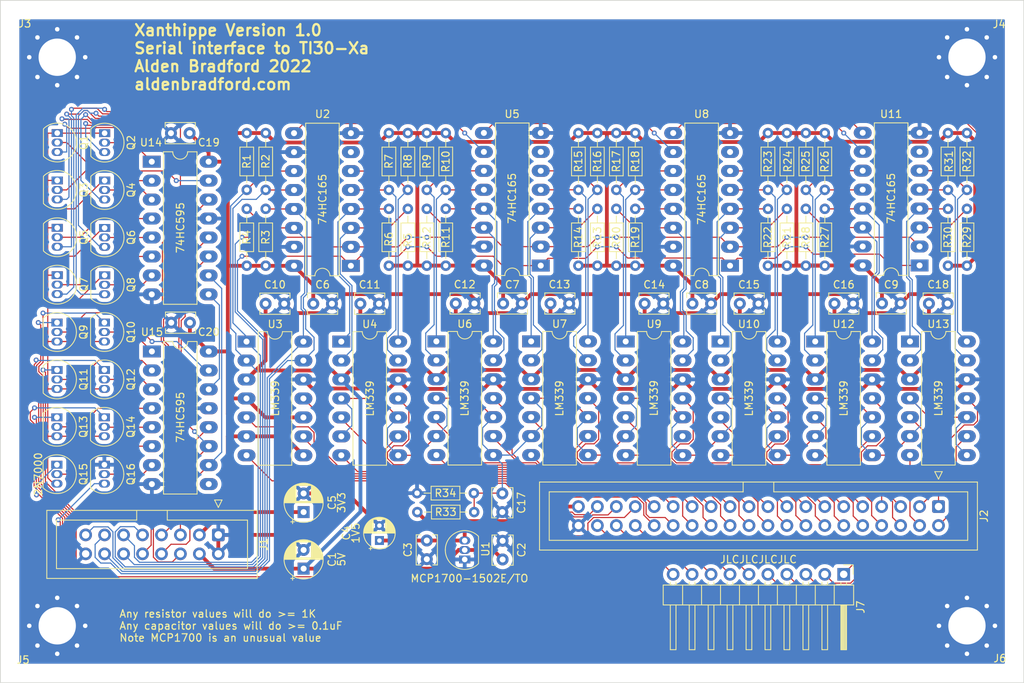
<source format=kicad_pcb>
(kicad_pcb (version 20211014) (generator pcbnew)
  (layers (0 "F.Cu" signal) (31 "B.Cu" power) (37 "F.SilkS" user "F.Silkscreen") (38 "B.Mask" user) (39 "F.Mask" user) (44 "Edge.Cuts" user))
  (net 0 "")
  (net 1 "+5V")
  (net 2 "GND")
  (net 3 "+1V5")
  (net 4 "+3V3")
  (net 5 "Net-(C17-Pad1)")
  (net 6 "/Keypad Driving/CLOCK")
  (net 7 "/Keypad Driving/DATA")
  (net 8 "/Keypad Driving/SHOW")
  (net 9 "/Keypad Driving/~{BLANK}")
  (net 10 "/LCD Reading/CLOCK")
  (net 11 "/LCD Reading/DATA")
  (net 12 "/LCD Reading/DAT-1")
  (net 13 "/LCD Reading/DAT-2")
  (net 14 "/LCD Reading/DAT-3")
  (net 15 "/LCD Reading/DAT-4")
  (net 16 "/LCD Reading/~{SAMPLE}")
  (net 17 "/LCD Reading/LCD-31")
  (net 18 "/LCD Reading/LCD-32")
  (net 19 "/LCD Reading/LCD-29")
  (net 20 "/LCD Reading/LCD-30")
  (net 21 "/LCD Reading/LCD-27")
  (net 22 "/LCD Reading/LCD-28")
  (net 23 "/LCD Reading/LCD-25")
  (net 24 "/LCD Reading/LCD-26")
  (net 25 "/LCD Reading/LCD-23")
  (net 26 "/LCD Reading/LCD-24")
  (net 27 "/LCD Reading/LCD-21")
  (net 28 "/LCD Reading/LCD-22")
  (net 29 "/LCD Reading/LCD-19")
  (net 30 "/LCD Reading/LCD-20")
  (net 31 "/LCD Reading/LCD-17")
  (net 32 "/LCD Reading/LCD-18")
  (net 33 "/LCD Reading/LCD-15")
  (net 34 "/LCD Reading/LCD-16")
  (net 35 "/LCD Reading/LCD-13")
  (net 36 "/LCD Reading/LCD-14")
  (net 37 "/LCD Reading/LCD-11")
  (net 38 "/LCD Reading/LCD-12")
  (net 39 "/LCD Reading/LCD-9")
  (net 40 "/LCD Reading/LCD-10")
  (net 41 "/LCD Reading/LCD-7")
  (net 42 "/LCD Reading/LCD-8")
  (net 43 "/LCD Reading/LCD-5")
  (net 44 "/LCD Reading/LCD-6")
  (net 45 "/LCD Reading/LCD-3")
  (net 46 "/LCD Reading/LCD-4")
  (net 47 "/LCD Reading/LCD-1")
  (net 48 "/LCD Reading/LCD-2")
  (net 49 "/Keypad Driving/B0")
  (net 50 "/Keypad Driving/A0")
  (net 51 "/Keypad Driving/B1")
  (net 52 "/Keypad Driving/A1")
  (net 53 "/Keypad Driving/B2")
  (net 54 "/Keypad Driving/A2")
  (net 55 "/Keypad Driving/A3")
  (net 56 "/Keypad Driving/A4")
  (net 57 "/Keypad Driving/A5")
  (net 58 "/Keypad Driving/A6")
  (net 59 "/Keypad Driving/A7")
  (net 60 "/Keypad Driving/B3")
  (net 61 "/Keypad Driving/B4")
  (net 62 "/Keypad Driving/B5")
  (net 63 "/Keypad Driving/B6")
  (net 64 "/Keypad Driving/RESET")
  (net 65 "Net-(Q1-Pad1)")
  (net 66 "/LCD Reading/DAT-5")
  (net 67 "/LCD Reading/DAT-6")
  (net 68 "/LCD Reading/DAT-7")
  (net 69 "/LCD Reading/DAT-8")
  (net 70 "/LCD Reading/DAT-9")
  (net 71 "/LCD Reading/DAT-10")
  (net 72 "/LCD Reading/DAT-11")
  (net 73 "/LCD Reading/DAT-12")
  (net 74 "/LCD Reading/DAT-13")
  (net 75 "/LCD Reading/DAT-14")
  (net 76 "/LCD Reading/DAT-15")
  (net 77 "/LCD Reading/DAT-16")
  (net 78 "/LCD Reading/DAT-17")
  (net 79 "/LCD Reading/DAT-18")
  (net 80 "/LCD Reading/DAT-19")
  (net 81 "/LCD Reading/DAT-20")
  (net 82 "/LCD Reading/DAT-21")
  (net 83 "/LCD Reading/DAT-22")
  (net 84 "/LCD Reading/DAT-23")
  (net 85 "/LCD Reading/DAT-24")
  (net 86 "/LCD Reading/DAT-25")
  (net 87 "/LCD Reading/DAT-26")
  (net 88 "/LCD Reading/DAT-27")
  (net 89 "/LCD Reading/DAT-28")
  (net 90 "/LCD Reading/DAT-29")
  (net 91 "/LCD Reading/DAT-30")
  (net 92 "/LCD Reading/DAT-31")
  (net 93 "/LCD Reading/DAT-32")
  (net 95 "Net-(U2-Pad9)")
  (net 97 "Net-(U5-Pad9)")
  (net 99 "Net-(U11-Pad10)")
  (net 101 "Net-(U14-Pad9)")
  (net 103 "/Keypad Driving/XA0")
  (net 104 "/Keypad Driving/XA1")
  (net 105 "/Keypad Driving/XA2")
  (net 106 "/Keypad Driving/XA3")
  (net 107 "/Keypad Driving/XA4")
  (net 108 "/Keypad Driving/XA5")
  (net 109 "/Keypad Driving/XA6")
  (net 110 "/Keypad Driving/XA7")
  (net 111 "/Keypad Driving/XB0")
  (net 112 "/Keypad Driving/XB1")
  (net 113 "/Keypad Driving/XB2")
  (net 114 "/Keypad Driving/XB3")
  (net 115 "/Keypad Driving/XB4")
  (net 116 "/Keypad Driving/XB5")
  (net 117 "/Keypad Driving/XB6")
  (net 118 "/Keypad Driving/XRESET")
  (footprint "Resistor_THT:R_Axial_DIN0204_L3.6mm_D1.6mm_P7.62mm_Horizontal" (layer "F.Cu") (at 105.41 60.96 90)
    (fp_text reference "R13")
    (fp_text value "100K")
  )
  (footprint "Capacitor_THT:CP_Radial_D5.0mm_P2.50mm" (layer "F.Cu") (at 66.04 93.98 90)
    (fp_text reference "C5")
    (fp_text value "100uF")
  )
  (footprint "Capacitor_THT:C_Disc_D3.8mm_W2.6mm_P2.50mm" (layer "F.Cu") (at 92.71 100.33 90)
    (fp_text reference "C2")
    (fp_text value "0.1uF")
  )
  (footprint "MountingHole:MountingHole_5mm_Pad_Via" (layer "F.Cu") (at 154.94 33.02)
    (fp_text reference "J4")
    (fp_text value "Conn_01x01")
  )
  (footprint "Resistor_THT:R_Axial_DIN0204_L3.6mm_D1.6mm_P7.62mm_Horizontal" (layer "F.Cu") (at 85.09 60.96 90)
    (fp_text reference "R11")
    (fp_text value "100K")
  )
  (footprint "Package_TO_SOT_THT:TO-92_Inline" (layer "F.Cu") (at 39.37 62.245 -90)
    (fp_text reference "Q8")
    (fp_text value "2N7000")
  )
  (footprint "Capacitor_THT:C_Disc_D3.8mm_W2.6mm_P2.50mm" (layer "F.Cu") (at 50.8 68.595 180)
    (fp_text reference "C20")
    (fp_text value "0.1uF")
  )
  (footprint "Package_DIP:DIP-14_W7.62mm_LongPads" (layer "F.Cu") (at 109.205 71.115)
    (fp_text reference "U9")
    (fp_text value "LM339")
  )
  (footprint "Resistor_THT:R_Axial_DIN0204_L3.6mm_D1.6mm_P7.62mm_Horizontal" (layer "F.Cu") (at 81.28 93.98)
    (fp_text reference "R33")
    (fp_text value "100K")
  )
  (footprint "Resistor_THT:R_Axial_DIN0204_L3.6mm_D1.6mm_P7.62mm_Horizontal" (layer "F.Cu") (at 82.55 43.18 -90)
    (fp_text reference "R9")
    (fp_text value "100K")
  )
  (footprint "Capacitor_THT:CP_Radial_D4.0mm_P2.00mm" (layer "F.Cu") (at 76.2 97.79 90)
    (fp_text reference "C4")
    (fp_text value "10uF")
  )
  (footprint "Capacitor_THT:C_Disc_D3.8mm_W2.6mm_P2.50mm" (layer "F.Cu") (at 82.55 97.79 -90)
    (fp_text reference "C3")
    (fp_text value "0.1uF")
  )
  (footprint "Resistor_THT:R_Axial_DIN0204_L3.6mm_D1.6mm_P7.62mm_Horizontal" (layer "F.Cu") (at 135.89 60.96 90)
    (fp_text reference "R27")
    (fp_text value "100K")
  )
  (footprint "Resistor_THT:R_Axial_DIN0204_L3.6mm_D1.6mm_P7.62mm_Horizontal" (layer "F.Cu") (at 128.27 43.18 -90)
    (fp_text reference "R23")
    (fp_text value "100K")
  )
  (footprint "Package_DIP:DIP-16_W7.62mm_LongPads" (layer "F.Cu") (at 123.19 60.96 180)
    (fp_text reference "U8")
    (fp_text value "74HC165")
  )
  (footprint "MountingHole:MountingHole_5mm_Pad_Via" (layer "F.Cu") (at 154.94 109.22)
    (fp_text reference "J6")
    (fp_text value "Conn_01x01")
  )
  (footprint "Capacitor_THT:C_Disc_D3.8mm_W2.6mm_P2.50mm" (layer "F.Cu") (at 137.185 66.035)
    (fp_text reference "C16")
    (fp_text value "0.1uF")
  )
  (footprint "Resistor_THT:R_Axial_DIN0204_L3.6mm_D1.6mm_P7.62mm_Horizontal" (layer "F.Cu") (at 88.86 91.44 180)
    (fp_text reference "R34")
    (fp_text value "100K")
  )
  (footprint "Package_TO_SOT_THT:TO-92_Inline" (layer "F.Cu") (at 39.37 49.545 -90)
    (fp_text reference "Q4")
    (fp_text value "2N7000")
  )
  (footprint "Package_DIP:DIP-14_W7.62mm_LongPads" (layer "F.Cu") (at 147.305 71.11)
    (fp_text reference "U13")
    (fp_text value "LM339")
  )
  (footprint "Resistor_THT:R_Axial_DIN0204_L3.6mm_D1.6mm_P7.62mm_Horizontal" (layer "F.Cu") (at 154.94 43.18 -90)
    (fp_text reference "R32")
    (fp_text value "100K")
  )
  (footprint "Resistor_THT:R_Axial_DIN0204_L3.6mm_D1.6mm_P7.62mm_Horizontal" (layer "F.Cu") (at 80.01 43.18 -90)
    (fp_text reference "R8")
    (fp_text value "100K")
  )
  (footprint "Capacitor_THT:C_Disc_D3.8mm_W2.6mm_P2.50mm" (layer "F.Cu") (at 95.28 66.025 180)
    (fp_text reference "C7")
    (fp_text value "0.1uF")
  )
  (footprint "Package_TO_SOT_THT:TO-92_Inline" (layer "F.Cu") (at 39.37 43.195 -90)
    (fp_text reference "Q2")
    (fp_text value "2N7000")
  )
  (footprint "Package_DIP:DIP-14_W7.62mm_LongPads" (layer "F.Cu") (at 96.535 71.1)
    (fp_text reference "U7")
    (fp_text value "LM339")
  )
  (footprint "Resistor_THT:R_Axial_DIN0204_L3.6mm_D1.6mm_P7.62mm_Horizontal" (layer "F.Cu") (at 102.87 43.18 -90)
    (fp_text reference "R15")
    (fp_text value "100K")
  )
  (footprint "Resistor_THT:R_Axial_DIN0204_L3.6mm_D1.6mm_P7.62mm_Horizontal" (layer "F.Cu") (at 105.41 43.18 -90)
    (fp_text reference "R16")
    (fp_text value "100K")
  )
  (footprint "Resistor_THT:R_Axial_DIN0204_L3.6mm_D1.6mm_P7.62mm_Horizontal" (layer "F.Cu") (at 110.49 43.18 -90)
    (fp_text reference "R18")
    (fp_text value "100K")
  )
  (footprint "Package_TO_SOT_THT:TO-92_Inline" (layer "F.Cu") (at 39.34 87.63 -90)
    (fp_text reference "Q16")
    (fp_text value "2N7000")
  )
  (footprint "Package_TO_SOT_THT:TO-92_Inline" (layer "F.Cu") (at 33.02 55.88 -90)
    (fp_text reference "Q5")
    (fp_text value "2N7000")
  )
  (footprint "Resistor_THT:R_Axial_DIN0204_L3.6mm_D1.6mm_P7.62mm_Horizontal" (layer "F.Cu") (at 152.4 60.96 90)
    (fp_text reference "R30")
    (fp_text value "100K")
  )
  (footprint "Capacitor_THT:C_Disc_D3.8mm_W2.6mm_P2.50mm" (layer "F.Cu") (at 111.745 66.04)
    (fp_text reference "C14")
    (fp_text value "0.1uF")
  )
  (footprint "MountingHole:MountingHole_5mm_Pad_Via" (layer "F.Cu") (at 33.02 33.02)
    (fp_text reference "J3")
    (fp_text value "Conn_01x01")
  )
  (footprint "Resistor_THT:R_Axial_DIN0204_L3.6mm_D1.6mm_P7.62mm_Horizontal" (layer "F.Cu") (at 135.89 43.18 -90)
    (fp_text reference "R26")
    (fp_text value "100K")
  )
  (footprint "Package_DIP:DIP-16_W7.62mm_LongPads" (layer "F.Cu") (at 72.375 60.975 180)
    (fp_text reference "U2")
    (fp_text value "74HC165")
  )
  (footprint "Resistor_THT:R_Axial_DIN0204_L3.6mm_D1.6mm_P7.62mm_Horizontal" (layer "F.Cu") (at 133.35 43.18 -90)
    (fp_text reference "R25")
    (fp_text value "100K")
  )
  (footprint "Resistor_THT:R_Axial_DIN0204_L3.6mm_D1.6mm_P7.62mm_Horizontal" (layer "F.Cu") (at 110.49 60.96 90)
    (fp_text reference "R19")
    (fp_text value "100K")
  )
  (footprint "Resistor_THT:R_Axial_DIN0204_L3.6mm_D1.6mm_P7.62mm_Horizontal" (layer "F.Cu") (at 107.95 60.96 90)
    (fp_text reference "R20")
    (fp_text value "100K")
  )
  (footprint "Package_TO_SOT_THT:TO-92_Inline" (layer "F.Cu") (at 33.02 43.18 -90)
    (fp_text reference "Q1")
    (fp_text value "2N7000")
  )
  (footprint "Package_TO_SOT_THT:TO-92_Inline" (layer "F.Cu") (at 32.99 74.93 -90)
    (fp_text reference "Q11")
    (fp_text value "2N7000")
  )
  (footprint "Resistor_THT:R_Axial_DIN0204_L3.6mm_D1.6mm_P7.62mm_Horizontal" (layer "F.Cu") (at 60.96 43.18 -90)
    (fp_text reference "R2")
    (fp_text value "100K")
  )
  (footprint "Resistor_THT:R_Axial_DIN0204_L3.6mm_D1.6mm_P7.62mm_Horizontal" (layer "F.Cu") (at 77.47 60.96 90)
    (fp_text reference "R6")
    (fp_text value "100K")
  )
  (footprint "Package_TO_SOT_THT:TO-92_Inline" (layer "F.Cu") (at 39.325 81.28 -90)
    (fp_text reference "Q14")
    (fp_text value "2N7000")
  )
  (footprint "Resistor_THT:R_Axial_DIN0204_L3.6mm_D1.6mm_P7.62mm_Horizontal" (layer "F.Cu") (at 130.81 60.96 90)
    (fp_text reference "R21")
    (fp_text value "100K")
  )
  (footprint "Capacitor_THT:C_Disc_D3.8mm_W2.6mm_P2.50mm" (layer "F.Cu") (at 73.645 66.055)
    (fp_text reference "C11")
    (fp_text value "0.1uF")
  )
  (footprint "Connector_PinHeader_2.54mm:PinHeader_1x10_P2.54mm_Horizontal" (layer "F.Cu") (at 138.425 102.32 -90)
    (fp_text reference "J7")
    (fp_text value "Conn_01x10_TI30XA")
  )
  (footprint "Package_TO_SOT_THT:TO-92_Inline" (layer "F.Cu") (at 32.99 68.58 -90)
    (fp_text reference "Q9")
    (fp_text value "2N7000")
  )
  (footprint "Package_DIP:DIP-14_W7.62mm_LongPads" (layer "F.Cu") (at 71.09 71.13)
    (fp_text reference "U4")
    (fp_text value "LM339")
  )
  (footprint "Capacitor_THT:C_Disc_D3.8mm_W2.6mm_P2.50mm" (layer "F.Cu") (at 99.13 66.025)
    (fp_text reference "C13")
    (fp_text value "0.1uF")
  )
  (footprint "Package_TO_SOT_THT:TO-92_Inline" (layer "F.Cu") (at 39.34 68.58 -90)
    (fp_text reference "Q10")
    (fp_text value "2N7000")
  )
  (footprint "Resistor_THT:R_Axial_DIN0204_L3.6mm_D1.6mm_P7.62mm_Horizontal" (layer "F.Cu") (at 128.27 60.96 90)
    (fp_text reference "R22")
    (fp_text value "100K")
  )
  (footprint "Package_TO_SOT_THT:TO-92_Inline" (layer "F.Cu") (at 87.63 100.33 90)
    (fp_text reference "U1")
    (fp_text value "MCP1700-1502E/TO")
  )
  (footprint "Resistor_THT:R_Axial_DIN0204_L3.6mm_D1.6mm_P7.62mm_Horizontal" (layer "F.Cu") (at 154.94 60.96 90)
    (fp_text reference "R29")
    (fp_text value "100K")
  )
  (footprint "Package_TO_SOT_THT:TO-92_Inline" (layer "F.Cu") (at 33.02 62.23 -90)
    (fp_text reference "Q7")
    (fp_text value "2N7000")
  )
  (footprint "Package_DIP:DIP-14_W7.62mm_LongPads" (layer "F.Cu") (at 58.39 71.13)
    (fp_text reference "U3")
    (fp_text value "LM339")
  )
  (footprint "Capacitor_THT:C_Disc_D3.8mm_W2.6mm_P2.50mm" (layer "F.Cu") (at 48.26 43.195)
    (fp_text reference "C19")
    (fp_text value "0.1uF")
  )
  (footprint "Package_DIP:DIP-16_W7.62mm_LongPads" (layer "F.Cu") (at 45.705 72.45)
    (fp_text reference "U15")
    (fp_text value "74HC595")
  )
  (footprint "Resistor_THT:R_Axial_DIN0204_L3.6mm_D1.6mm_P7.62mm_Horizontal" (layer "F.Cu") (at 82.55 60.96 90)
    (fp_text reference "R12")
    (fp_text value "100K")
  )
  (footprint "Capacitor_THT:C_Disc_D3.8mm_W2.6mm_P2.50mm" (layer "F.Cu") (at 149.845 66.035)
    (fp_text reference "C18")
    (fp_text value "0.1uF")
  )
  (footprint "Resistor_THT:R_Axial_DIN0204_L3.6mm_D1.6mm_P7.62mm_Horizontal" (layer "F.Cu") (at 60.96 60.96 90)
    (fp_text reference "R3")
    (fp_text value "100K")
  )
  (footprint "Capacitor_THT:C_Disc_D3.8mm_W2.6mm_P2.50mm" (layer "F.Cu") (at 60.945 66.055)
    (fp_text reference "C10")
    (fp_text value "0.1uF")
  )
  (footprint "Capacitor_THT:CP_Radial_D5.0mm_P2.50mm" (layer "F.Cu") (at 66.04 101.56 90)
    (fp_text reference "C1")
    (fp_text value "100uF")
  )
  (footprint "Package_DIP:DIP-14_W7.62mm_LongPads" (layer "F.Cu") (at 121.92 71.12)
    (fp_text reference "U10")
    (fp_text value "LM339")
  )
  (footprint "Package_TO_SOT_THT:TO-92_Inline" (layer "F.Cu") (at 39.37 55.895 -90)
    (fp_text reference "Q6")
    (fp_text value "2N7000")
  )
  (footprint "Package_DIP:DIP-16_W7.62mm_LongPads" (layer "F.Cu") (at 45.69 47.02)
    (fp_text reference "U14")
    (fp_text value "74HC595")
  )
  (footprint "Package_TO_SOT_THT:TO-92_Inline" (layer "F.Cu") (at 32.975 81.28 -90)
    (fp_text reference "Q13")
    (fp_text value "2N7000")
  )
  (footprint "Package_DIP:DIP-14_W7.62mm_LongPads" (layer "F.Cu") (at 134.605 71.115)
    (fp_text reference "U12")
    (fp_text value "LM339")
  )
  (footprint "Package_TO_SOT_THT:TO-92_Inline" (layer "F.Cu") (at 39.34 74.93 -90)
    (fp_text reference "Q12")
    (fp_text value "2N7000")
  )
  (footprint "Resistor_THT:R_Axial_DIN0204_L3.6mm_D1.6mm_P7.62mm_Horizontal" (layer "F.Cu") (at 80.01 60.96 90)
    (fp_text reference "R5")
    (fp_text value "100K")
  )
  (footprint "Resistor_THT:R_Axial_DIN0204_L3.6mm_D1.6mm_P7.62mm_Horizontal" (layer "F.Cu") (at 58.42 60.96 90)
    (fp_text reference "R4")
    (fp_text value "100K")
  )
  (footprint "Package_TO_SOT_THT:TO-92_Inline" (layer "F.Cu") (at 32.975 87.63 -90)
    (fp_text reference "Q15")
    (fp_text value "2N7000")
  )
  (footprint "Resistor_THT:R_Axial_DIN0204_L3.6mm_D1.6mm_P7.62mm_Horizontal" (layer "F.Cu") (at 102.87 60.96 90)
    (fp_text reference "R14")
    (fp_text value "100K")
  )
  (footprint "Package_DIP:DIP-16_W7.62mm_LongPads" (layer "F.Cu") (at 97.82 60.945 180)
    (fp_text reference "U5")
    (fp_text value "74HC165")
  )
  (footprint "Resistor_THT:R_Axial_DIN0204_L3.6mm_D1.6mm_P7.62mm_Horizontal" (layer "F.Cu") (at 130.81 43.18 -90)
    (fp_text reference "R24")
    (fp_text value "100K")
  )
  (footprint "Connector_IDC:IDC-Header_2x08_P2.54mm_Vertical" (layer "F.Cu") (at 54.61 97.0375 -90)
    (fp_text reference "J1")
    (fp_text value "Conn_02x08_Interface_Side")
  )
  (footprint "MountingHole:MountingHole_5mm_Pad_Via" (layer "F.Cu") (at 33.02 109.22)
    (fp_text reference "J5")
    (fp_text value "Conn_01x01")
  )
  (footprint "Package_DIP:DIP-16_W7.62mm_LongPads" (layer "F.Cu") (at 148.59 60.925 180)
    (fp_text reference "U11")
    (fp_text value "74HC165")
  )
  (footprint "Resistor_THT:R_Axial_DIN0204_L3.6mm_D1.6mm_P7.62mm_Horizontal" (layer "F.Cu") (at 152.4 43.18 -90)
    (fp_text reference "R31")
    (fp_text value "100K")
  )
  (footprint "Package_TO_SOT_THT:TO-92_Inline" (layer "F.Cu") (at 33.02 49.53 -90)
    (fp_text reference "Q3")
    (fp_text value "2N7000")
  )
  (footprint "Capacitor_THT:C_Disc_D3.8mm_W2.6mm_P2.50mm" (layer "F.Cu") (at 92.67 91.48 -90)
    (fp_text reference "C17")
    (fp_text value "0.1uF")
  )
  (footprint "Resistor_THT:R_Axial_DIN0204_L3.6mm_D1.6mm_P7.62mm_Horizontal" (layer "F.Cu") (at 133.35 60.96 90)
    (fp_text reference "R28")
    (fp_text value "100K")
  )
  (footprint "Capacitor_THT:C_Disc_D3.8mm_W2.6mm_P2.50mm" (layer "F.Cu") (at 124.5 66.04)
    (fp_text reference "C15")
    (fp_text value "0.1uF")
  )
  (footprint "Resistor_THT:R_Axial_DIN0204_L3.6mm_D1.6mm_P7.62mm_Horizontal" (layer "F.Cu") (at 85.09 43.18 -90)
    (fp_text reference "R10")
    (fp_text value "100K")
  )
  (footprint "Resistor_THT:R_Axial_DIN0204_L3.6mm_D1.6mm_P7.62mm_Horizontal" (layer "F.Cu") (at 77.47 43.18 -90)
    (fp_text reference "R7")
    (fp_text value "100K")
  )
  (footprint "Resistor_THT:R_Axial_DIN0204_L3.6mm_D1.6mm_P7.62mm_Horizontal" (layer "F.Cu") (at 58.42 43.18 -90)
    (fp_text reference "R1")
    (fp_text value "100K")
  )
  (footprint "Capacitor_THT:C_Disc_D3.8mm_W2.6mm_P2.50mm" (layer "F.Cu") (at 120.65 66.04 180)
    (fp_text reference "C8")
    (fp_text value "0.1uF")
  )
  (footprint "Connector_IDC:IDC-Header_2x20_P2.54mm_Vertical" (layer "F.Cu") (at 151.13 93.2425 -90)
    (fp_text reference "J2")
    (fp_text value "Conn_02x20_TI30XA")
  )
  (footprint "Capacitor_THT:C_Disc_D3.8mm_W2.6mm_P2.50mm" (layer "F.Cu") (at 86.43 66.025)
    (fp_text reference "C12")
    (fp_text value "0.1uF")
  )
  (footprint "Capacitor_THT:C_Disc_D3.8mm_W2.6mm_P2.50mm" (layer "F.Cu") (at 146.05 66.005 180)
    (fp_text reference "C9")
    (fp_text value "0.1uF")
  )
  (footprint "Package_DIP:DIP-14_W7.62mm_LongPads" (layer "F.Cu") (at 83.835 71.1)
    (fp_text reference "U6")
    (fp_text value "LM339")
  )
  (footprint "Capacitor_THT:C_Disc_D3.8mm_W2.6mm_P2.50mm" (layer "F.Cu") (at 69.835 66.055 180)
    (fp_text reference "C6")
    (fp_text value "0.1uF")
  )
  (footprint "Resistor_THT:R_Axial_DIN0204_L3.6mm_D1.6mm_P7.62mm_Horizontal" (layer "F.Cu") (at 107.95 43.18 -90)
    (fp_text reference "R17")
    (fp_text value "100K")
  )
  (gr_rect (start 25.4 25.4) (end 162.56 116.84) (layer "Edge.Cuts") (width 0.1) (fill none))
  (gr_text "LM339" (at 125.73 78.74 90) (layer "F.SilkS") (effects (font (size 1 1))))
  (gr_text "74HC165" (at 93.98 51.943 90) (layer "F.SilkS") (effects (font (size 1 1))))
  (gr_text "74HC595" (at 49.53 55.88 90) (layer "F.SilkS") (effects (font (size 1 1))))
  (gr_text "LM339" (at 62.23 78.74 90) (layer "F.SilkS") (effects (font (size 1 1))))
  (gr_text "LM339" (at 87.63 78.74 90) (layer "F.SilkS") (effects (font (size 1 1))))
  (gr_text "LM339" (at 112.992711 78.711321 90) (layer "F.SilkS") (effects (font (size 1 1))))
  (gr_text "74HC165" (at 144.78 51.943 90) (layer "F.SilkS") (effects (font (size 1 1))))
  (gr_text "1V5" (at 73.025 96.79 90) (layer "F.SilkS") (effects (font (size 1 1))))
  (gr_text "74HC165" (at 119.38 52.07 90) (layer "F.SilkS") (effects (font (size 1 1))))
  (gr_text "Any resistor values will do >= 1K\nAny capacitor values will do >= 0.1uF\nNote MCP1700 is an unusual value" (at 41.275 109.22) (layer "F.SilkS") (effects (font (size 1 1)) (justify left)))
  (gr_text "3V3" (at 71.12 92.71 90) (layer "F.SilkS") (effects (font (size 1 1))))
  (gr_text "LM339" (at 138.43 78.74 90) (layer "F.SilkS") (effects (font (size 1 1))))
  (gr_text "LM339" (at 74.93 78.75 90) (layer "F.SilkS") (effects (font (size 1 1))))
  (gr_text "2N7000" (at 30.48 88.9 90) (layer "F.SilkS") (effects (font (size 1 1))))
  (gr_text "LM339" (at 100.33 78.74 90) (layer "F.SilkS") (effects (font (size 1 1))))
  (gr_text "JLCJLCJLCJLC" (at 127 100.33) (layer "F.SilkS") (effects (font (size 1 1))))
  (gr_text "74HC595" (at 49.53 81.28 90) (layer "F.SilkS") (effects (font (size 1 1))))
  (gr_text "MCP1700-1502E/TO" (at 88.265 102.87) (layer "F.SilkS") (effects (font (size 1 1))))
  (gr_text "74HC165" (at 68.58 52.07 90) (layer "F.SilkS") (effects (font (size 1 1))))
  (gr_text "5V" (at 71.12 100.33 90) (layer "F.SilkS") (effects (font (size 1 1))))
  (gr_text "Xanthippe Version 1.0\nSerial interface to TI30-Xa\nAlden Bradford 2022\naldenbradford.com" (at 43.18 33.02) (layer "F.SilkS") (effects (font (size 1.5 1.5) (thickness 0.3)) (justify left)))
  (gr_text "LM339" (at 151.13 78.73 90) (layer "F.SilkS") (effects (font (size 1 1))))
  (segment (start 110.47 74.93) (end 120.65 74.93) (width 0.508) (layer "F.Cu") (net 1))
  (segment (start 107.94 74.93) (end 109.205 76.195) (width 0.508) (layer "F.Cu") (net 1))
  (segment (start 87.63 99.06) (end 91.44 99.06) (width 0.508) (layer "F.Cu") (net 1))
  (segment (start 99.13 66.025) (end 99.13 73.585) (width 0.508) (layer "F.Cu") (net 1))
  (segment (start 86.43 73.585) (end 83.835 76.18) (width 0.508) (layer "F.Cu") (net 1))
  (segment (start 66.04 101.56) (end 54.0525 101.56) (width 0.508) (layer "F.Cu") (net 1))
  (segment (start 71.09 76.21) (end 72.2964 75.0036) (width 0.508) (layer "F.Cu") (net 1))
  (segment (start 84.3122 101.56) (end 86.8122 99.06) (width 0.508) (layer "F.Cu") (net 1))
  (segment (start 149.845 66.035) (end 149.845 73.65) (width 0.508) (layer "F.Cu") (net 1))
  (segment (start 137.185 73.615) (end 134.605 76.195) (width 0.508) (layer "F.Cu") (net 1))
  (segment (start 59.5964 75.0036) (end 69.8836 75.0036) (width 0.508) (layer "F.Cu") (net 1))
  (segment (start 124.5 66.04) (end 124.5 73.62) (width 0.508) (layer "F.Cu") (net 1))
  (segment (start 54.0525 101.56) (end 52.07 99.5775) (width 0.508) (layer "F.Cu") (net 1))
  (segment (start 86.43 66.025) (end 86.43 73.585) (width 0.508) (layer "F.Cu") (net 1))
  (segment (start 85.085 74.93) (end 95.285 74.93) (width 0.508) (layer "F.Cu") (net 1))
  (segment (start 99.13 73.585) (end 96.535 76.18) (width 0.508) (layer "F.Cu") (net 1))
  (segment (start 60.945 73.655) (end 60.945 66.055) (width 0.508) (layer "F.Cu") (net 1))
  (segment (start 135.87 74.93) (end 146.045 74.93) (width 0.508) (layer "F.Cu") (net 1))
  (segment (start 97.785 74.93) (end 107.94 74.93) (width 0.508) (layer "F.Cu") (net 1))
  (segment (start 137.185 66.035) (end 137.185 73.615) (width 0.508) (layer "F.Cu") (net 1))
  (segment (start 58.39 76.21) (end 59.5964 75.0036) (width 0.508) (layer "F.Cu") (net 1))
  (segment (start 86.8122 99.06) (end 87.63 99.06) (width 0.508) (layer "F.Cu") (net 1))
  (segment (start 72.2964 75.0036) (end 82.6586 75.0036) (width 0.508) (layer "F.Cu") (net 1))
  (segment (start 66.04 101.56) (end 84.3122 101.56) (width 0.508) (layer "F.Cu") (net 1))
  (segment (start 111.745 66.04) (end 111.745 73.655) (width 0.508) (layer "F.Cu") (net 1))
  (segment (start 58.39 76.21) (end 60.945 73.655) (width 0.508) (layer "F.Cu") (net 1))
  (segment (start 73.645 66.055) (end 73.645 73.655) (width 0.508) (layer "F.Cu") (net 1))
  (segment (start 146.045 74.93) (end 147.305 76.19) (width 0.508) (layer "F.Cu") (net 1))
  (segment (start 69.8836 75.0036) (end 71.09 76.21) (width 0.508) (layer "F.Cu") (net 1))
  (segment (start 73.645 73.655) (end 71.09 76.21) (width 0.508) (layer "F.Cu") (net 1))
  (segment (start 121.92 76.2) (end 123.19 74.93) (width 0.508) (layer "F.Cu") (net 1))
  (segment (start 133.34 74.93) (end 134.605 76.195) (width 0.508) (layer "F.Cu") (net 1))
  (segment (start 95.285 74.93) (end 96.535 76.18) (width 0.508) (layer "F.Cu") (net 1))
  (segment (start 109.205 76.195) (end 110.47 74.93) (width 0.508) (layer "F.Cu") (net 1))
  (segment (start 91.44 99.06) (end 92.71 100.33) (width 0.508) (layer "F.Cu") (net 1))
  (segment (start 120.65 74.93) (end 121.92 76.2) (width 0.508) (layer "F.Cu") (net 1))
  (segment (start 82.6586 75.0036) (end 83.835 76.18) (width 0.508) (layer "F.Cu") (net 1))
  (segment (start 134.605 76.195) (end 135.87 74.93) (width 0.508) (layer "F.Cu") (net 1))
  (segment (start 111.745 73.655) (end 109.205 76.195) (width 0.508) (layer "F.Cu") (net 1))
  (segment (start 124.5 73.62) (end 121.92 76.2) (width 0.508) (layer "F.Cu") (net 1))
  (segment (start 123.19 74.93) (end 133.34 74.93) (width 0.508) (layer "F.Cu") (net 1))
  (segment (start 83.835 76.18) (end 85.085 74.93) (width 0.508) (layer "F.Cu") (net 1))
  (segment (start 149.845 73.65) (end 147.305 76.19) (width 0.508) (layer "F.Cu") (net 1))
  (segment (start 96.535 76.18) (end 97.785 74.93) (width 0.508) (layer "F.Cu") (net 1))
  (segment (start 66.04 101.56) (end 73.66 93.94) (width 0.508) (layer "B.Cu") (net 1))
  (segment (start 73.66 93.94) (end 73.66 78.78) (width 0.508) (layer "B.Cu") (net 1))
  (segment (start 73.66 78.78) (end 71.09 76.21) (width 0.508) (layer "B.Cu") (net 1))
  (segment (start 115.515 67.31) (end 119.38 67.31) (width 0.508) (layer "F.Cu") (net 2))
  (segment (start 114.245 66.04) (end 115.515 67.31) (width 0.508) (layer "F.Cu") (net 2))
  (segment (start 139.685 66.035) (end 140.96 67.31) (width 0.508) (layer "F.Cu") (net 2))
  (segment (start 88.93 66.025) (end 90.215 67.31) (width 0.508) (layer "F.Cu") (net 2))
  (segment (start 102.865 77.47) (end 104.155 76.18) (width 0.508) (layer "F.Cu") (net 2))
  (segment (start 66.01 76.21) (end 67.2164 77.4164) (width 0.508) (layer "F.Cu") (net 2))
  (segment (start 142.235 76.195) (end 143.51 77.47) (width 0.508) (layer "F.Cu") (net 2))
  (segment (start 128.27 77.47) (end 129.54 76.2) (width 0.508) (layer "F.Cu") (net 2))
  (segment (start 128.27 64.77) (end 138.42 64.77) (width 0.508) (layer "F.Cu") (net 2))
  (segment (start 119.38 67.31) (end 120.65 66.04) (width 0.508) (layer "F.Cu") (net 2))
  (segment (start 69.835 66.055) (end 68.58 67.31) (width 0.508) (layer "F.Cu") (net 2))
  (segment (start 127 66.04) (end 128.27 64.77) (width 0.508) (layer "F.Cu") (net 2))
  (segment (start 121.92 64.77) (end 125.73 64.77) (width 0.508) (layer "F.Cu") (net 2))
  (segment (start 66.04 91.48) (end 71.89 91.48) (width 0.508) (layer "F.Cu") (net 2))
  (segment (start 90.215 67.31) (end 93.995 67.31) (width 0.508) (layer "F.Cu") (net 2))
  (segment (start 102.87 64.785) (end 102.87 64.77) (width 0.508) (layer "F.Cu") (net 2))
  (segment (start 118.1 77.47) (end 128.27 77.47) (width 0.508) (layer "F.Cu") (net 2))
  (segment (start 116.825 76.195) (end 118.1 77.47) (width 0.508) (layer "F.Cu") (net 2))
  (segment (start 153.645 77.47) (end 154.925 76.19) (width 0.508) (layer "F.Cu") (net 2))
  (segment (start 104.155 76.18) (end 105.445 77.47) (width 0.508) (layer "F.Cu") (net 2))
  (segment (start 140.96 67.31) (end 144.745 67.31) (width 0.508) (layer "F.Cu") (net 2))
  (segment (start 125.73 64.77) (end 127 66.04) (width 0.508) (layer "F.Cu") (net 2))
  (segment (start 100.375 64.77) (end 101.63 66.025) (width 0.508) (layer "F.Cu") (net 2))
  (segment (start 151.08 64.77) (end 152.345 66.035) (width 0.508) (layer "F.Cu") (net 2))
  (segment (start 71.89 91.48) (end 76.2 95.79) (width 0.508) (layer "F.Cu") (net 2))
  (segment (start 77.43 64.77) (end 88.265 64.77) (width 0.508) (layer "F.Cu") (net 2))
  (segment (start 95.28 66.025) (end 96.535 64.77) (width 0.508) (layer "F.Cu") (net 2))
  (segment (start 64.0175 97.0375) (end 54.61 97.0375) (width 0.508) (layer "F.Cu") (net 2))
  (segment (start 93.995 67.31) (end 95.28 66.025) (width 0.508) (layer "F.Cu") (net 2))
  (segment (start 92.71 77.47) (end 102.865 77.47) (width 0.508) (layer "F.Cu") (net 2))
  (segment (start 143.51 77.47) (end 153.645 77.47) (width 0.508) (layer "F.Cu") (net 2))
  (segment (start 120.65 66.04) (end 121.92 64.77) (width 0.508) (layer "F.Cu") (net 2))
  (segment (start 66.04 99.06) (end 64.0175 97.0375) (width 0.508) (layer "F.Cu") (net 2))
  (segment (start 68.58 67.31) (end 64.7 67.31) (width 0.508) (layer "F.Cu") (net 2))
  (segment (start 67.2164 77.4164) (end 77.5036 77.4164) (width 0.508) (layer "F.Cu") (net 2))
  (segment (start 138.42 64.77) (end 139.685 66.035) (width 0.508) (layer "F.Cu") (net 2))
  (segment (start 101.63 66.025) (end 102.87 64.785) (width 0.508) (layer "F.Cu") (net 2))
  (segment (start 129.54 76.2) (end 130.81 77.47) (width 0.508) (layer "F.Cu") (net 2))
  (segment (start 88.265 64.77) (end 88.93 65.435) (width 0.508) (layer "F.Cu") (net 2))
  (segment (start 140.95 77.47) (end 142.225 76.195) (width 0.508) (layer "F.Cu") (net 2))
  (segment (start 91.455 76.215) (end 92.71 77.47) (width 0.508) (layer "F.Cu") (net 2))
  (segment (start 112.975 64.77) (end 114.245 66.04) (width 0.508) (layer "F.Cu") (net 2))
  (segment (start 144.745 67.31) (end 146.05 66.005) (width 0.508) (layer "F.Cu") (net 2))
  (segment (start 115.55 77.47) (end 116.825 76.195) (width 0.508) (layer "F.Cu") (net 2))
  (segment (start 79.97 77.47) (end 90.165 77.47) (width 0.508) (layer "F.Cu") (net 2))
  (segment (start 78.71 76.21) (end 79.97 77.47) (width 0.508) (layer "F.Cu") (net 2))
  (segment (start 71.12 64.77) (end 69.835 66.055) (width 0.508) (layer "F.Cu") (net 2))
  (segment (start 76.145 66.055) (end 77.43 64.77) (width 0.508) (layer "F.Cu") (net 2))
  (segment (start 77.5036 77.4164) (end 78.71 76.21) (width 0.508) (layer "F.Cu") (net 2))
  (segment (start 88.93 65.435) (end 88.93 66.025) (width 0.508) (layer "F.Cu") (net 2))
  (segment (start 74.86 64.77) (end 71.12 64.77) (width 0.508) (layer "F.Cu") (net 2))
  (segment (start 54.61 99.5775) (end 54.61 97.0375) (width 0.508) (layer "F.Cu") (net 2))
  (segment (start 130.81 77.47) (end 140.95 77.47) (width 0.508) (layer "F.Cu") (net 2))
  (segment (start 105.445 77.47) (end 115.55 77.47) (width 0.508) (layer "F.Cu") (net 2))
  (segment (start 90.165 77.47) (end 91.455 76.18) (width 0.508) (layer "F.Cu") (net 2))
  (segment (start 76.145 66.055) (end 74.86 64.77) (width 0.508) (layer "F.Cu") (net 2))
  (segment (start 146.05 66.005) (end 147.285 64.77) (width 0.508) (layer "F.Cu") (net 2))
  (segment (start 102.87 64.77) (end 112.975 64.77) (width 0.508) (layer "F.Cu") (net 2))
  (segment (start 64.7 67.31) (end 63.445 66.055) (width 0.508) (layer "F.Cu") (net 2))
  (segment (start 96.535 64.77) (end 100.375 64.77) (width 0.508) (layer "F.Cu") (net 2))
  (segment (start 147.285 64.77) (end 151.08 64.77) (width 0.508) (layer "F.Cu") (net 2))
  (segment (start 87.63 97.79) (end 87.63 95.25) (width 0.508) (layer "F.Cu") (net 3))
  (segment (start 82.55 97.79) (end 87.63 97.79) (width 0.508) (layer "F.Cu") (net 3))
  (segment (start 100.9405 93.2425) (end 102.87 93.2425) (width 0.508) (layer "F.Cu") (net 3))
  (segment (start 76.2 97.79) (end 82.01 97.79) (width 0.508) (layer "F.Cu") (net 3))
  (segment (start 82.4864 95.1864) (end 87.6936 95.1864) (width 0.508) (layer "F.Cu") (net 3))
  (segment (start 81.28 93.98) (end 82.4864 95.1864) (width 0.508) (layer "F.Cu") (net 3))
  (segment (start 98.9966 95.1864) (end 100.9405 93.2425) (width 0.508) (layer "F.Cu") (net 3))
  (segment (start 87.63 95.25) (end 87.6936 95.1864) (width 0.508) (layer "F.Cu") (net 3))
  (segment (start 87.6936 95.1864) (end 98.9966 95.1864) (width 0.508) (layer "F.Cu") (net 3))
  (segment (start 115.57 60.96) (end 106.68 60.96) (width 0.508) (layer "F.Cu") (net 4))
  (segment (start 102.87 43.18) (end 106.68 43.18) (width 0.508) (layer "F.Cu") (net 4))
  (segment (start 85.09 43.18) (end 86.2814 44.3714) (width 0.508) (layer "F.Cu") (net 4))
  (segment (start 85.09 43.18) (end 81.28 43.18) (width 0.508) (layer "F.Cu") (net 4))
  (segment (start 81.28 60.93) (end 81.295 60.945) (width 0.508) (layer "F.Cu") (net 4))
  (segment (start 156.0464 59.8536) (end 154.94 60.96) (width 0.508) (layer "F.Cu") (net 4))
  (segment (start 132.08 43.18) (end 135.89 43.18) (width 0.508) (layer "F.Cu") (net 4))
  (segment (start 66.04 93.98) (end 55.895 93.98) (width 0.508) (layer "F.Cu") (net 4))
  (segment (start 55.88 93.995) (end 55.88 83.82) (width 0.508) (layer "F.Cu") (net 4))
  (segment (start 128.27 60.96) (end 135.89 60.96) (width 0.508) (layer "F.Cu") (net 4))
  (segment (start 53.31 47.02) (end 53.31 45.745) (width 0.508) (layer "F.Cu") (net 4))
  (segment (start 53.31 45.745) (end 50.76 43.195) (width 0.508) (layer "F.Cu") (net 4))
  (segment (start 127.0636 44.3864) (end 128.27 43.18) (width 0.508) (layer "F.Cu") (net 4))
  (segment (start 62.23 44.45) (end 76.2 44.45) (width 0.508) (layer "F.Cu") (net 4))
  (segment (start 55.88 44.45) (end 57.15 43.18) (width 0.508) (layer "F.Cu") (net 4))
  (segment (start 55.88 72.39) (end 55.88 60.96) (width 0.508) (layer "F.Cu") (net 4))
  (segment (start 55.88 80.84) (end 55.88 72.39) (width 0.508) (layer "F.Cu") (net 4))
  (segment (start 53.325 72.45) (end 55.82 72.45) (width 0.508) (layer "F.Cu") (net 4))
  (segment (start 118.15 66.04) (end 118.15 63.54) (width 0.508) (layer "F.Cu") (net 4))
  (segment (start 55.1125 93.995) (end 55.88 93.995) (width 0.508) (layer "F.Cu") (net 4))
  (segment (start 156.0464 44.2864) (end 156.0464 59.8536) (width 0.508) (layer "F.Cu") (net 4))
  (segment (start 55.89 83.83) (end 55.89 80.85) (width 0.508) (layer "F.Cu") (net 4))
  (segment (start 60.96 43.18) (end 62.23 44.45) (width 0.508) (layer "F.Cu") (net 4))
  (segment (start 64.755 60.975) (end 55.895 60.975) (width 0.508) (layer "F.Cu") (net 4))
  (segment (start 57.15 43.18) (end 58.42 43.18) (width 0.508) (layer "F.Cu") (net 4))
  (segment (start 81.28 43.18) (end 77.47 43.18) (width 0.508) (layer "F.Cu") (net 4))
  (segment (start 63.47 83.83) (end 66.01 86.37) (width 0.508) (layer "F.Cu") (net 4))
  (segment (start 132.115 60.925) (end 140.97 60.925) (width 0.508) (layer "F.Cu") (net 4))
  (segment (start 67.335 66.055) (end 67.335 63.555) (width 0.508) (layer "F.Cu") (net 4))
  (segment (start 55.82 72.45) (end 55.88 72.39) (width 0.508) (layer "F.Cu") (net 4))
  (segment (start 60.93 81.29) (end 66.01 81.29) (width 0.508) (layer "F.Cu") (net 4))
  (segment (start 128.27 43.18) (end 132.08 43.18) (width 0.508) (layer "F.Cu") (net 4))
  (segment (start 132.08 60.96) (end 132.115 60.925) (width 0.508) (layer "F.Cu") (net 4))
  (segment (start 55.89 83.83) (end 55.88 83.82) (width 0.508) (layer "F.Cu") (net 4))
  (segment (start 151.2286 44.3514) (end 152.4 43.18) (width 0.508) (layer "F.Cu") (net 4))
  (segment (start 135.89 43.18) (end 137.0614 44.3514) (width 0.508) (layer "F.Cu") (net 4))
  (segment (start 132.08 43.18) (end 132.08 60.96) (width 0.508) (layer "F.Cu") (net 4))
  (segment (start 111.6964 44.3864) (end 127.0636 44.3864) (width 0.508) (layer "F.Cu") (net 4))
  (segment (start 76.2 44.45) (end 77.47 43.18) (width 0.508) (layer "F.Cu") (net 4))
  (segment (start 154.94 60.96) (end 152.4 60.96) (width 0.508) (layer "F.Cu") (net 4))
  (segment (start 55.88 46.99) (end 55.85 47.02) (width 0.508) (layer "F.Cu") (net 4))
  (segment (start 110.49 43.18) (end 111.6964 44.3864) (width 0.508) (layer "F.Cu") (net 4))
  (segment (start 67.335 63.555) (end 64.755 60.975) (width 0.508) (layer "F.Cu") (net 4))
  (segment (start 106.68 43.18) (end 110.49 43.18) (width 0.508) (layer "F.Cu") (net 4))
  (segment (start 154.94 43.18) (end 152.4 43.18) (width 0.508) (layer "F.Cu") (net 4))
  (segment (start 58.42 43.18) (end 60.96 43.18) (width 0.508) (layer "F.Cu") (net 4))
  (segment (start 55.895 93.98) (end 55.88 93.995) (width 0.508) (layer "F.Cu") (net 4))
  (segment (start 106.68 60.96) (end 102.87 60.96) (width 0.508) (layer "F.Cu") (net 4))
  (segment (start 55.88 60.96) (end 55.88 44.45) (width 0.508) (layer "F.Cu") (net 4))
  (segment (start 52.07 97.0375) (end 55.1125 93.995) (width 0.508) (layer "F.Cu") (net 4))
  (segment (start 53.31 47.02) (end 55.85 47.02) (width 0.508) (layer "F.Cu") (net 4))
  (segment (start 55.89 80.85) (end 55.88 80.84) (width 0.508) (layer "F.Cu") (net 4))
  (segment (start 58.39 83.83) (end 63.47 83.83) (width 0.508) (layer "F.Cu") (net 4))
  (segment (start 90.2 60.945) (end 81.295 60.945) (width 0.508) (layer "F.Cu") (net 4))
  (segment (start 58.39 83.83) (end 55.89 83.83) (width 0.508) (layer "F.Cu") (net 4))
  (segment (start 143.55 66.005) (end 143.55 63.505) (width 0.508) (layer "F.Cu") (net 4))
  (segment (start 143.55 63.505) (end 140.97 60.925) (width 0.508) (layer "F.Cu") (net 4))
  (segment (start 101.6786 44.3714) (end 102.87 43.18) (width 0.508) (layer "F.Cu") (net 4))
  (segment (start 92.78 63.525) (end 90.2 60.945) (width 0.508) (layer "F.Cu") (net 4))
  (segment (start 86.2814 44.3714) (end 101.6786 44.3714) (width 0.508) (layer "F.Cu") (net 4))
  (segment (start 55.895 60.975) (end 55.88 60.96) (width 0.508) (layer "F.Cu") (net 4))
  (segment (start 106.68 43.18) (end 106.68 60.96) (width 0.508) (layer "F.Cu") (net 4))
  (segment (start 92.78 66.025) (end 92.78 63.525) (width 0.508) (layer "F.Cu") (net 4))
  (segment (start 81.295 60.945) (end 77.485 60.945) (width 0.508) (layer "F.Cu") (net 4))
  (segment (start 58.39 78.75) (end 60.93 81.29) (width 0.508) (layer "F.Cu") (net 4))
  (segment (start 50.8 68.595) (end 50.8 69.925) (width 0.508) (layer "F.Cu") (net 4))
  (segment (start 81.28 43.18) (end 81.28 60.93) (width 0.508) (layer "F.Cu") (net 4))
  (segment (start 154.94 43.18) (end 156.0464 44.2864) (width 0.508) (layer "F.Cu") (net 4))
  (segment (start 50.8 69.925) (end 53.325 72.45) (width 0.508) (layer "F.Cu") (net 4))
  (segment (start 58.39 78.75) (end 55.89 78.75) (width 0.508) (layer "F.Cu") (net 4))
  (segment (start 137.0614 44.3514) (end 151.2286 44.3514) (width 0.508) (layer "F.Cu") (net 4))
  (segment (start 118.15 63.54) (end 115.57 60.96) (width 0.508) (layer "F.Cu") (net 4))
  (segment (start 83.835 78.72) (end 88.915 78.72) (width 0.1524) (layer "F.Cu") (net 5))
  (segment (start 96.535 78.72) (end 101.615 78.72) (width 0.1524) (layer "F.Cu") (net 5))
  (segment (start 127 78.74) (end 129.54 81.28) (width 0.1524) (layer "F.Cu") (net 5))
  (segment (start 88.86 91.44) (end 92.63 91.44) (width 0.1524) (layer "F.Cu") (net 5))
  (segment (start 78.71 86.37) (end 81.265 86.37) (width 0.1524) (layer "F.Cu") (net 5))
  (segment (start 71.09 78.75) (end 76.17 78.75) (width 0.1524) (layer "F.Cu") (net 5))
  (segment (start 142.225 86.355) (end 144.76 86.355) (width 0.1524) (layer "F.Cu") (net 5))
  (segment (start 149.845 81.27) (end 147.305 78.73) (width 0.1524) (layer "F.Cu") (net 5))
  (segment (start 114.285 78.735) (end 116.825 81.275) (width 0.1524) (layer "F.Cu") (net 5))
  (segment (start 76.17 78.75) (end 78.71 81.29) (width 0.1524) (layer "F.Cu") (net 5))
  (segment (start 106.68 86.34) (end 109.205 83.815) (width 0.1524) (layer "F.Cu") (net 5))
  (segment (start 88.915 78.72) (end 91.455 81.26) (width 0.1524) (layer "F.Cu") (net 5))
  (segment (start 81.265 86.37) (end 83.835 83.8) (width 0.1524) (layer "F.Cu") (net 5))
  (segment (start 121.92 78.74) (end 127 78.74) (width 0.1524) (layer "F.Cu") (net 5))
  (segment (start 139.685 78.735) (end 142.225 81.275) (width 0.1524) (layer "F.Cu") (net 5))
  (segment (start 144.76 86.355) (end 147.305 83.81) (width 0.1524) (layer "F.Cu") (net 5))
  (segment (start 119.385 86.355) (end 121.92 83.82) (width 0.1524) (layer "F.Cu") (net 5))
  (segment (start 116.825 86.355) (end 119.385 86.355) (width 0.1524) (layer "F.Cu") (net 5))
  (segment (start 154.925 81.27) (end 149.845 81.27) (width 0.1524) (layer "F.Cu") (net 5))
  (segment (start 88.9 93.98) (end 88.9 91.48) (width 0.1524) (layer "F.Cu") (net 5))
  (segment (start 101.615 78.72) (end 104.155 81.26) (width 0.1524) (layer "F.Cu") (net 5))
  (segment (start 134.605 78.735) (end 139.685 78.735) (width 0.1524) (layer "F.Cu") (net 5))
  (segment (start 109.205 78.735) (end 114.285 78.735) (width 0.1524) (layer "F.Cu") (net 5))
  (segment (start 132.06 86.36) (end 134.605 83.815) (width 0.1524) (layer "F.Cu") (net 5))
  (segment (start 104.155 86.34) (end 106.68 86.34) (width 0.1524) (layer "F.Cu") (net 5))
  (segment (start 129.54 86.36) (end 132.06 86.36) (width 0.1524) (layer "F.Cu") (net 5))
  (segment (start 153.4964 84.9214) (end 153.4964 82.6986) (width 0.1524) (layer "B.Cu") (net 5))
  (segment (start 97.9636 82.3714) (end 97.9636 80.1486) (width 0.1524) (layer "B.Cu") (net 5))
  (segment (start 121.92 83.82) (end 123.3486 82.3914) (width 0.1524) (layer "B.Cu") (net 5))
  (segment (start 71.09 83.83) (end 72.5186 82.4014) (width 0.1524) (layer "B.Cu") (net 5))
  (segment (start 104.155 86.34) (end 102.7264 84.9114) (width 0.1524) (layer "B.Cu") (net 5))
  (segment (start 128.1114 84.9314) (end 128.1114 82.7086) (width 0.1524) (layer "B.Cu") (net 5))
  (segment (start 140.7964 84.9264) (end 140.7964 82.7036) (width 0.1524) (layer "B.Cu") (net 5))
  (segment (start 115.3964 82.7036) (end 116.825 81.275) (width 0.1524) (layer "B.Cu") (net 5))
  (segment (start 96.535 83.8) (end 97.9636 82.3714) (width 0.1524) (layer "B.Cu") (net 5))
  (segment (start 78.71 86.37) (end 77.2814 84.9414) (width 0.1524) (layer "B.Cu") (net 5))
  (segment (start 91.455 86.34) (end 90.0264 84.9114) (width 0.1524) (layer "B.Cu") (net 5))
  (segment (start 110.6336 80.1636) (end 109.205 78.735) (width 0.1524) (layer "B.Cu") (net 5))
  (segment (start 92.67 87.555) (end 91.455 86.34) (width 0.1524) (layer "B.Cu") (net 5))
  (segment (start 142.225 86.355) (end 140.7964 84.9264) (width 0.1524) (layer "B.Cu") (net 5))
  (segment (start 92.67 91.48) (end 92.67 87.555) (width 0.1524) (layer "B.Cu") (net 5))
  (segment (start 115.3964 84.9264) (end 115.3964 82.7036) (width 0.1524) (layer "B.Cu") (net 5))
  (segment (start 136.0336 82.3864) (end 136.0336 80.1636) (width 0.1524) (layer "B.Cu") (net 5))
  (segment (start 102.7264 82.6886) (end 104.155 81.26) (width 0.1524) (layer "B.Cu") (net 5))
  (segment (start 148.7336 80.1586) (end 147.305 78.73) (width 0.1524) (layer "B.Cu") (net 5))
  (segment (start 93.995 86.34) (end 96.535 83.8) (width 0.1524) (layer "B.Cu") (net 5))
  (segment (start 147.305 83.81) (end 148.7336 82.3814) (width 0.1524) (layer "B.Cu") (net 5))
  (segment (start 148.7336 82.3814) (end 148.7336 80.1586) (width 0.1524) (layer "B.Cu") (net 5))
  (segment (start 90.0264 82.6886) (end 91.455 81.26) (width 0.1524) (layer "B.Cu") (net 5))
  (segment (start 129.54 86.36) (end 128.1114 84.9314) (width 0.1524) (layer "B.Cu") (net 5))
  (segment (start 110.6336 82.3864) (end 110.6336 80.1636) (width 0.1524) (layer "B.Cu") (net 5))
  (segment (start 85.2636 80.1486) (end 83.835 78.72) (width 0.1524) (layer "B.Cu") (net 5))
  (segment (start 134.605 83.815) (end 136.0336 82.3864) (width 0.1524) (layer "B.Cu") (net 5))
  (segment (start 116.825 86.355) (end 115.3964 84.9264) (width 0.1524) (layer "B.Cu") (net 5))
  (segment (start 83.835 83.8) (end 85.2636 82.3714) (width 0.1524) (layer "B.Cu") (net 5))
  (segment (start 72.5186 80.1786) (end 71.09 78.75) (width 0.1524) (layer "B.Cu") (net 5))
  (segment (start 140.7964 82.7036) (end 142.225 81.275) (width 0.1524) (layer "B.Cu") (net 5))
  (segment (start 102.7264 84.9114) (end 102.7264 82.6886) (width 0.1524) (layer "B.Cu") (net 5))
  (segment (start 153.4964 82.6986) (end 154.925 81.27) (width 0.1524) (layer "B.Cu") (net 5))
  (segment (start 154.925 86.35) (end 153.4964 84.9214) (width 0.1524) (layer "B.Cu") (net 5))
  (segment (start 109.205 83.815) (end 110.6336 82.3864) (width 0.1524) (layer "B.Cu") (net 5))
  (segment (start 123.3486 80.1686) (end 121.92 78.74) (width 0.1524) (layer "B.Cu") (net 5))
  (segment (start 123.3486 82.3914) (end 123.3486 80.1686) (width 0.1524) (layer "B.Cu") (net 5))
  (segment (start 90.0264 84.9114) (end 90.0264 82.6886) (width 0.1524) (layer "B.Cu") (net 5))
  (segment (start 85.2636 82.3714) (end 85.2636 80.1486) (width 0.1524) (layer "B.Cu") (net 5))
  (segment (start 77.2814 84.9414) (end 77.2814 82.7186) (width 0.1524) (layer "B.Cu") (net 5))
  (segment (start 72.5186 82.4014) (end 72.5186 80.1786) (width 0.1524) (layer "B.Cu") (net 5))
  (segment (start 136.0336 80.1636) (end 134.605 78.735) (width 0.1524) (layer "B.Cu") (net 5))
  (segment (start 128.1114 82.7086) (end 129.54 81.28) (width 0.1524) (layer "B.Cu") (net 5))
  (segment (start 77.2814 82.7186) (end 78.71 81.29) (width 0.1524) (layer "B.Cu") (net 5))
  (segment (start 97.9636 80.1486) (end 96.535 78.72) (width 0.1524) (layer "B.Cu") (net 5))
  (segment (start 91.455 86.34) (end 93.995 86.34) (width 0.1524) (layer "B.Cu") (net 5))
  (segment (start 49.6334 68.306939) (end 50.165 67.775339) (width 0.1524) (layer "F.Cu") (net 6))
  (segment (start 51.435 83.185) (end 49.6334 81.3834) (width 0.1524) (layer "F.Cu") (net 6))
  (segment (start 49.53 95.3262) (end 49.53 88.945) (width 0.1524) (layer "F.Cu") (net 6))
  (segment (start 49.6334 81.3834) (end 49.6334 68.306939) (width 0.1524) (layer "F.Cu") (net 6))
  (segment (start 50.165 62.865) (end 53.31 59.72) (width 0.1524) (layer "F.Cu") (net 6))
  (segment (start 49.53 97.0375) (end 49.53 95.3262) (width 0.1524) (layer "F.Cu") (net 6))
  (segment (start 50.165 67.775339) (end 50.165 62.865) (width 0.1524) (layer "F.Cu") (net 6))
  (segment (start 49.53 88.945) (end 53.325 85.15) (width 0.1524) (layer "F.Cu") (net 6))
  (via (at 51.435 83.185) (size 0.6604) (drill 0.3302) (layers "F.Cu" "B.Cu") (net 6))
  (segment (start 51.435 83.185) (end 51.435 83.26) (width 0.1524) (layer "B.Cu") (net 6))
  (segment (start 51.435 83.26) (end 53.325 85.15) (width 0.1524) (layer "B.Cu") (net 6))
  (segment (start 47.4234 57.9866) (end 53.31 52.1) (width 0.1524) (layer "F.Cu") (net 7))
  (segment (start 47.9298 92.920014) (end 47.9298 71.628748) (width 0.1524) (layer "F.Cu") (net 7))
  (segment (start 49.53 99.5775) (end 48.4514 100.6561) (width 0.1524) (layer "F.Cu") (net 7))
  (segment (start 47.4234 68.016939) (end 47.4234 57.9866) (width 0.1524) (layer "F.Cu") (net 7))
  (segment (start 45.9114 94.938414) (end 47.9298 92.920014) (width 0.1524) (layer "F.Cu") (net 7))
  (segment (start 48.4514 100.6561) (end 46.543229 100.6561) (width 0.1524) (layer "F.Cu") (net 7))
  (segment (start 47.2714 70.970348) (end 47.2714 68.168939) (width 0.1524) (layer "F.Cu") (net 7))
  (segment (start 47.2714 68.168939) (end 47.4234 68.016939) (width 0.1524) (layer "F.Cu") (net 7))
  (segment (start 47.9298 71.628748) (end 47.2714 70.970348) (width 0.1524) (layer "F.Cu") (net 7))
  (segment (start 46.543229 100.6561) (end 45.9114 100.024271) (width 0.1524) (layer "F.Cu") (net 7))
  (segment (start 45.9114 100.024271) (end 45.9114 94.938414) (width 0.1524) (layer "F.Cu") (net 7))
  (segment (start 53.325 82.61) (end 49.2448 86.6902) (width 0.1524) (layer "F.Cu") (net 8))
  (segment (start 49.8602 67.5168) (end 49.3286 68.0484) (width 0.1524) (layer "F.Cu") (net 8))
  (segment (start 49.3286 68.0484) (end 49.3286 81.584652) (width 0.1524) (layer "F.Cu") (net 8))
  (segment (start 49.2252 94.9198) (end 46.99 97.155) (width 0.1524) (layer "F.Cu") (net 8))
  (segment (start 51.435 59.055) (end 51.435 61.163948) (width 0.1524) (layer "F.Cu") (net 8))
  (segment (start 49.2252 86.6902) (end 49.2252 94.9198) (width 0.1524) (layer "F.Cu") (net 8))
  (segment (start 49.2448 86.6902) (end 49.2252 86.6902) (width 0.1524) (layer "F.Cu") (net 8))
  (segment (start 51.435 61.163948) (end 49.8602 62.738748) (width 0.1524) (layer "F.Cu") (net 8))
  (segment (start 53.31 57.18) (end 51.435 59.055) (width 0.1524) (layer "F.Cu") (net 8))
  (segment (start 49.2252 81.688052) (end 49.3286 81.584652) (width 0.1524) (layer "F.Cu") (net 8))
  (segment (start 49.2252 86.6902) (end 49.2252 81.688052) (width 0.1524) (layer "F.Cu") (net 8))
  (segment (start 49.8602 62.738748) (end 49.8602 67.5168) (width 0.1524) (layer "F.Cu") (net 8))
  (segment (start 50.8 97.79) (end 50.8 90.215) (width 0.1524) (layer "F.Cu") (net 9))
  (segment (start 50.297042 98.292958) (end 50.8 97.79) (width 0.1524) (layer "F.Cu") (net 9))
  (segment (start 48.274542 98.292958) (end 50.297042 98.292958) (width 0.1524) (layer "F.Cu") (net 9))
  (segment (start 50.8 90.215) (end 53.325 87.69) (width 0.1524) (layer "F.Cu") (net 9))
  (segment (start 46.99 99.5775) (end 48.274542 98.292958) (width 0.1524) (layer "F.Cu") (net 9))
  (segment (start 55.0584 85.9566) (end 53.325 87.69) (width 0.1524) (layer "B.Cu") (net 9))
  (segment (start 55.0584 64.0084) (end 55.0584 85.9566) (width 0.1524) (layer "B.Cu") (net 9))
  (segment (start 53.31 62.26) (end 55.0584 64.0084) (width 0.1524) (layer "B.Cu") (net 9))
  (segment (start 57.785 57.15) (end 67.945 57.15) (width 0.1524) (layer "F.Cu") (net 10))
  (segment (start 148.59 58.385) (end 147.355 57.15) (width 0.1524) (layer "F.Cu") (net 10))
  (segment (start 97.82 58.405) (end 92.695 58.405) (width 0.1524) (layer "F.Cu") (net 10))
  (segment (start 78.725 58.435) (end 72.375 58.435) (width 0.1524) (layer "F.Cu") (net 10))
  (segment (start 147.355 57.15) (end 133.35 57.15) (width 0.1524) (layer "F.Cu") (net 10))
  (segment (start 129.54 58.42) (end 123.19 58.42) (width 0.1524) (layer "F.Cu") (net 10))
  (segment (start 121.92 57.15) (end 107.95 57.15) (width 0.1524) (layer "F.Cu") (net 10))
  (segment (start 105.41 57.15) (end 104.155 58.405) (width 0.1524) (layer "F.Cu") (net 10))
  (segment (start 80.01 57.15) (end 78.725 58.435) (width 0.1524) (layer "F.Cu") (net 10))
  (segment (start 104.155 58.405) (end 97.82 58.405) (width 0.1524) (layer "F.Cu") (net 10))
  (segment (start 91.44 57.15) (end 82.55 57.15) (width 0.1524) (layer "F.Cu") (net 10))
  (segment (start 123.19 58.42) (end 121.92 57.15) (width 0.1524) (layer "F.Cu") (net 10))
  (segment (start 130.81 57.15) (end 129.54 58.42) (width 0.1524) (layer "F.Cu") (net 10))
  (segment (start 69.23 58.435) (end 72.375 58.435) (width 0.1524) (layer "F.Cu") (net 10))
  (segment (start 92.695 58.405) (end 91.44 57.15) (width 0.1524) (layer "F.Cu") (net 10))
  (segment (start 67.945 57.15) (end 69.23 58.435) (width 0.1524) (layer "F.Cu") (net 10))
  (via (at 82.55 57.15) (size 0.6604) (drill 0.3302) (layers "F.Cu" "B.Cu") (net 10))
  (via (at 107.95 57.15) (size 0.6604) (drill 0.3302) (layers "F.Cu" "B.Cu") (net 10))
  (via (at 130.81 57.15) (size 0.6604) (drill 0.3302) (layers "F.Cu" "B.Cu") (net 10))
  (via (at 105.41 57.15) (size 0.6604) (drill 0.3302) (layers "F.Cu" "B.Cu") (net 10))
  (via (at 57.785 57.15) (size 0.6604) (drill 0.3302) (layers "F.Cu" "B.Cu") (net 10))
  (via (at 80.01 57.15) (size 0.6604) (drill 0.3302) (layers "F.Cu" "B.Cu") (net 10))
  (via (at 133.35 57.15) (size 0.6604) (drill 0.3302) (layers "F.Cu" "B.Cu") (net 10))
  (segment (start 107.95 57.15) (end 105.41 57.15) (width 0.1524) (layer "B.Cu") (net 10))
  (segment (start 57.785 57.15) (end 56.8701 58.0649) (width 0.1524) (layer "B.Cu") (net 10))
  (segment (start 41.486329 95.9358) (end 43.3483 95.9358) (width 0.1524) (layer "B.Cu") (net 10))
  (segment (start 59.310204 101.3206) (end 42.127729 101.3206) (width 0.1524) (layer "B.Cu") (net 10))
  (segment (start 133.35 57.15) (end 130.81 57.15) (width 0.1524) (layer "B.Cu") (net 10))
  (segment (start 40.7924 99.985271) (end 40.7924 96.629729) (width 0.1524) (layer "B.Cu") (net 10))
  (segment (start 43.3483 95.9358) (end 44.45 97.0375) (width 0.1524) (layer "B.Cu") (net 10))
  (segment (start 60.5536 70.8364) (end 60.5536 100.077204) (width 0.1524) (layer "B.Cu") (net 10))
  (segment (start 56.8701 67.1529) (end 60.5536 70.8364) (width 0.1524) (layer "B.Cu") (net 10))
  (segment (start 42.127729 101.3206) (end 40.7924 99.985271) (width 0.1524) (layer "B.Cu") (net 10))
  (segment (start 82.55 57.15) (end 80.01 57.15) (width 0.1524) (layer "B.Cu") (net 10))
  (segment (start 56.8701 58.0649) (end 56.8701 67.1529) (width 0.1524) (layer "B.Cu") (net 10))
  (segment (start 60.5536 100.077204) (end 59.310204 101.3206) (width 0.1524) (layer "B.Cu") (net 10))
  (segment (start 40.7924 96.629729) (end 41.486329 95.9358) (width 0.1524) (layer "B.Cu") (net 10))
  (segment (start 45.6066 94.7284) (end 45.6066 98.386) (width 0.1524) (layer "F.Cu") (net 11))
  (segment (start 45.6066 98.4209) (end 45.6066 98.386) (width 0.1524) (layer "F.Cu") (net 11))
  (segment (start 49.837752 41.602248) (end 49.53 41.91) (width 0.1524) (layer "F.Cu") (net 11))
  (segment (start 139.392248 41.602248) (end 49.837752 41.602248) (width 0.1524) (layer "F.Cu") (net 11))
  (segment (start 46.9666 68.042687) (end 46.9666 71.0966) (width 0.1524) (layer "F.Cu") (net 11))
  (segment (start 140.935 43.145) (end 139.392248 41.602248) (width 0.1524) (layer "F.Cu") (net 11))
  (segment (start 46.9666 71.0966) (end 47.625 71.755) (width 0.1524) (layer "F.Cu") (net 11))
  (segment (start 49.53 41.91) (end 49.53 55.448948) (width 0.1524) (layer "F.Cu") (net 11))
  (segment (start 47.625 71.755) (end 47.625 92.71) (width 0.1524) (layer "F.Cu") (net 11))
  (segment (start 49.53 55.448948) (end 47.1186 57.860348) (width 0.1524) (layer "F.Cu") (net 11))
  (segment (start 44.45 99.5775) (end 45.6066 98.4209) (width 0.1524) (layer "F.Cu") (net 11))
  (segment (start 47.1186 67.890687) (end 46.9666 68.042687) (width 0.1524) (layer "F.Cu") (net 11))
  (segment (start 47.1186 57.860348) (end 47.1186 67.890687) (width 0.1524) (layer "F.Cu") (net 11))
  (segment (start 47.625 92.71) (end 45.6066 94.7284) (width 0.1524) (layer "F.Cu") (net 11))
  (segment (start 58.42 50.8) (end 60.945 48.275) (width 0.1524) (layer "F.Cu") (net 12))
  (segment (start 60.945 48.275) (end 64.755 48.275) (width 0.1524) (layer "F.Cu") (net 12))
  (segment (start 44.0436 100.711) (end 59.0577 100.711) (width 0.1524) (layer "B.Cu") (net 12))
  (segment (start 43.3714 98.4989) (end 43.3714 100.0388) (width 0.1524) (layer "B.Cu") (net 12))
  (segment (start 59.0577 100.711) (end 59.944 99.8247) (width 0.1524) (layer "B.Cu") (net 12))
  (segment (start 58.39 73.67) (end 56.9614 72.2414) (width 0.1524) (layer "B.Cu") (net 12))
  (segment (start 56.9614 72.2414) (end 56.9614 70.0386) (width 0.1524) (layer "B.Cu") (net 12))
  (segment (start 56.9614 70.0386) (end 56.261 69.3382) (width 0.1524) (layer "B.Cu") (net 12))
  (segment (start 43.3714 100.0388) (end 44.0436 100.711) (width 0.1524) (layer "B.Cu") (net 12))
  (segment (start 59.944 99.8247) (end 59.944 75.224) (width 0.1524) (layer "B.Cu") (net 12))
  (segment (start 56.261 52.959) (end 58.42 50.8) (width 0.1524) (layer "B.Cu") (net 12))
  (segment (start 59.944 75.224) (end 58.39 73.67) (width 0.1524) (layer "B.Cu") (net 12))
  (segment (start 56.261 69.3382) (end 56.261 52.959) (width 0.1524) (layer "B.Cu") (net 12))
  (segment (start 41.91 97.0375) (end 43.3714 98.4989) (width 0.1524) (layer "B.Cu") (net 12))
  (segment (start 64.755 50.815) (end 60.975 50.815) (width 0.1524) (layer "F.Cu") (net 13))
  (segment (start 60.2488 99.950952) (end 60.2488 72.9888) (width 0.1524) (layer "B.Cu") (net 13))
  (segment (start 59.183952 101.0158) (end 60.2488 99.950952) (width 0.1524) (layer "B.Cu") (net 13))
  (segment (start 56.5658 53.2892) (end 56.5658 68.6308) (width 0.1524) (layer "B.Cu") (net 13))
  (segment (start 59.69 52.07) (end 57.785 52.07) (width 0.1524) (layer "B.Cu") (net 13))
  (segment (start 56.5658 68.6308) (end 58.39 70.455) (width 0.1524) (layer "B.Cu") (net 13))
  (segment (start 60.2488 72.9888) (end 58.39 71.13) (width 0.1524) (layer "B.Cu") (net 13))
  (segment (start 43.3483 101.0158) (end 59.183952 101.0158) (width 0.1524) (layer "B.Cu") (net 13))
  (segment (start 41.91 99.5775) (end 43.3483 101.0158) (width 0.1524) (layer "B.Cu") (net 13))
  (segment (start 57.785 52.07) (end 56.5658 53.2892) (width 0.1524) (layer "B.Cu") (net 13))
  (segment (start 60.96 50.8) (end 59.69 52.07) (width 0.1524) (layer "B.Cu") (net 13))
  (segment (start 64.755 53.355) (end 60.975 53.355) (width 0.1524) (layer "F.Cu") (net 14))
  (segment (start 39.37 97.0375) (end 38.1 98.3075) (width 0.1524) (layer "B.Cu") (net 14))
  (segment (start 38.1 98.3075) (end 38.1 100.0506) (width 0.1524) (layer "B.Cu") (net 14))
  (segment (start 66.0146 65.226452) (end 66.4884 64.752652) (width 0.1524) (layer "B.Cu") (net 14))
  (segment (start 66.4884 64.752652) (end 66.4884 55.0884) (width 0.1524) (layer "B.Cu") (net 14))
  (segment (start 66.3148 69.439) (end 66.3148 66.9498) (width 0.1524) (layer "B.Cu") (net 14))
  (segment (start 41.596448 102.235) (end 59.713904 102.235) (width 0.1524) (layer "B.Cu") (net 14))
  (segment (start 66.4884 55.0884) (end 64.755 53.355) (width 0.1524) (layer "B.Cu") (net 14))
  (segment (start 66.3148 66.9498) (end 66.0146 66.6496) (width 0.1524) (layer "B.Cu") (net 14))
  (segment (start 61.468 76.103052) (end 63.901052 73.67) (width 0.1524) (layer "B.Cu") (net 14))
  (segment (start 38.1 100.0506) (end 38.862 100.8126) (width 0.1524) (layer "B.Cu") (net 14))
  (segment (start 66.01 73.67) (end 67.4386 72.2414) (width 0.1524) (layer "B.Cu") (net 14))
  (segment (start 38.862 100.8126) (end 40.174048 100.8126) (width 0.1524) (layer "B.Cu") (net 14))
  (segment (start 66.0146 66.6496) (end 66.0146 65.226452) (width 0.1524) (layer "B.Cu") (net 14))
  (segment (start 61.468 100.480904) (end 61.468 76.103052) (width 0.1524) (layer "B.Cu") (net 14))
  (segment (start 63.901052 73.67) (end 66.01 73.67) (width 0.1524) (layer "B.Cu") (net 14))
  (segment (start 67.4386 72.2414) (end 67.4386 70.5628) (width 0.1524) (layer "B.Cu") (net 14))
  (segment (start 67.4386 70.5628) (end 66.3148 69.439) (width 0.1524) (layer "B.Cu") (net 14))
  (segment (start 59.713904 102.235) (end 61.468 100.480904) (width 0.1524) (layer "B.Cu") (net 14))
  (segment (start 40.174048 100.8126) (end 41.596448 102.235) (width 0.1524) (layer "B.Cu") (net 14))
  (segment (start 60.975 55.895) (end 58.42 53.34) (width 0.1524) (layer "F.Cu") (net 15))
  (segment (start 64.755 55.895) (end 60.975 55.895) (width 0.1524) (layer "F.Cu") (net 15))
  (segment (start 41.7227 101.9302) (end 59.587652 101.9302) (width 0.1524) (layer "B.Cu") (net 15))
  (segment (start 66.01 71.13) (end 66.01 67.076052) (width 0.1524) (layer "B.Cu") (net 15))
  (segment (start 66.1836 57.3236) (end 64.755 55.895) (width 0.1524) (layer "B.Cu") (net 15))
  (segment (start 61.1632 75.9768) (end 66.01 71.13) (width 0.1524) (layer "B.Cu") (net 15))
  (segment (start 61.1632 100.354652) (end 61.1632 75.9768) (width 0.1524) (layer "B.Cu") (net 15))
  (segment (start 65.7098 65.1002) (end 66.1836 64.6264) (width 0.1524) (layer "B.Cu") (net 15))
  (segment (start 59.587652 101.9302) (end 61.1632 100.354652) (width 0.1524) (layer "B.Cu") (net 15))
  (segment (start 66.01 67.076052) (end 65.7098 66.775852) (width 0.1524) (layer "B.Cu") (net 15))
  (segment (start 65.7098 66.775852) (end 65.7098 65.1002) (width 0.1524) (layer "B.Cu") (net 15))
  (segment (start 39.37 99.5775) (end 41.7227 101.9302) (width 0.1524) (layer "B.Cu") (net 15))
  (segment (start 66.1836 64.6264) (end 66.1836 57.3236) (width 0.1524) (layer "B.Cu") (net 15))
  (segment (start 71.09 59.69) (end 72.375 60.975) (width 0.1524) (layer "F.Cu") (net 16))
  (segment (start 123.19 60.96) (end 122.1614 59.9314) (width 0.1524) (layer "F.Cu") (net 16))
  (segment (start 130.81 58.42) (end 129.254576 59.975424) (width 0.1524) (layer "F.Cu") (net 16))
  (segment (start 57.785 59.69) (end 71.09 59.69) (width 0.1524) (layer "F.Cu") (net 16))
  (segment (start 97.82 60.945) (end 92.695 60.945) (width 0.1524) (layer "F.Cu") (net 16))
  (segment (start 98.789576 59.975424) (end 97.82 60.945) (width 0.1524) (layer "F.Cu") (net 16))
  (segment (start 124.174576 59.975424) (end 123.19 60.96) (width 0.1524) (layer "F.Cu") (net 16))
  (segment (start 122.1614 59.9314) (end 109.4614 59.9314) (width 0.1524) (layer "F.Cu") (net 16))
  (segment (start 83.82 59.69) (end 82.55 58.42) (width 0.1524) (layer "F.Cu") (net 16))
  (segment (start 105.41 58.42) (end 103.854576 59.975424) (width 0.1524) (layer "F.Cu") (net 16))
  (segment (start 134.3436 59.4136) (end 133.35 58.42) (width 0.1524) (layer "F.Cu") (net 16))
  (segment (start 80.01 58.42) (end 78.742952 59.687048) (width 0.1524) (layer "F.Cu") (net 16))
  (segment (start 129.254576 59.975424) (end 124.174576 59.975424) (width 0.1524) (layer "F.Cu") (net 16))
  (segment (start 144.745 60.925) (end 143.2336 59.4136) (width 0.1524) (layer "F.Cu") (net 16))
  (segment (start 73.662952 59.687048) (end 72.375 60.975) (width 0.1524) (layer "F.Cu") (net 16))
  (segment (start 148.59 60.925) (end 144.745 60.925) (width 0.1524) (layer "F.Cu") (net 16))
  (segment (start 109.4614 59.9314) (end 107.95 58.42) (width 0.1524) (layer "F.Cu") (net 16))
  (segment (start 78.742952 59.687048) (end 73.662952 59.687048) (width 0.1524) (layer "F.Cu") (net 16))
  (segment (start 103.854576 59.975424) (end 98.789576 59.975424) (width 0.1524) (layer "F.Cu") (net 16))
  (segment (start 143.2336 59.4136) (end 134.3436 59.4136) (width 0.1524) (layer "F.Cu") (net 16))
  (segment (start 91.44 59.69) (end 83.82 59.69) (width 0.1524) (layer "F.Cu") (net 16))
  (segment (start 92.695 60.945) (end 91.44 59.69) (width 0.1524) (layer "F.Cu") (net 16))
  (via (at 133.35 58.42) (size 0.6604) (drill 0.3302) (layers "F.Cu" "B.Cu") (net 16))
  (via (at 82.55 58.42) (size 0.6604) (drill 0.3302) (layers "F.Cu" "B.Cu") (net 16))
  (via (at 57.785 59.69) (size 0.6604) (drill 0.3302) (layers "F.Cu" "B.Cu") (net 16))
  (via (at 105.41 58.42) (size 0.6604) (drill 0.3302) (layers "F.Cu" "B.Cu") (net 16))
  (via (at 130.81 58.42) (size 0.6604) (drill 0.3302) (layers "F.Cu" "B.Cu") (net 16))
  (via (at 80.01 58.42) (size 0.6604) (drill 0.3302) (layers "F.Cu" "B.Cu") (net 16))
  (via (at 107.95 58.42) (size 0.6604) (drill 0.3302) (layers "F.Cu" "B.Cu") (net 16))
  (segment (start 60.8584 70.710148) (end 60.8584 100.2284) (width 0.1524) (layer "B.Cu") (net 16))
  (segment (start 57.1749 67.026648) (end 60.8584 70.710148) (width 0.1524) (layer "B.Cu") (net 16))
  (segment (start 107.95 58.42) (end 105.41 58.42) (width 0.1524) (layer "B.Cu") (net 16))
  (segment (start 57.785 59.69) (end 57.1749 60.3001) (width 0.1524) (layer "B.Cu") (net 16))
  (segment (start 133.35 58.42) (end 130.81 58.42) (width 0.1524) (layer "B.Cu") (net 16))
  (segment (start 40.4876 96.6216) (end 39.8249 95.9589) (width 0.1524) (layer "B.Cu") (net 16))
  (segment (start 57.1749 60.3001) (end 57.1749 67.026648) (width 0.1524) (layer "B.Cu") (net 16))
  (segment (start 40.4876 100.111523) (end 40.4876 96.6216) (width 0.1524) (layer "B.Cu") (net 16))
  (segment (start 60.8584 100.2284) (end 59.4614 101.6254) (width 0.1524) (layer "B.Cu") (net 16))
  (segment (start 37.9086 95.9589) (end 36.83 97.0375) (width 0.1524) (layer "B.Cu") (net 16))
  (segment (start 82.55 58.42) (end 80.01 58.42) (width 0.1524) (layer "B.Cu") (net 16))
  (segment (start 42.001477 101.6254) (end 40.4876 100.111523) (width 0.1524) (layer "B.Cu") (net 16))
  (segment (start 39.8249 95.9589) (end 37.9086 95.9589) (width 0.1524) (layer "B.Cu") (net 16))
  (segment (start 59.4614 101.6254) (end 42.001477 101.6254) (width 0.1524) (layer "B.Cu") (net 16))
  (segment (start 154.58174 82.2986) (end 155.8264 82.2986) (width 0.1524) (layer "F.Cu") (net 17))
  (segment (start 156.3536 81.7714) (end 156.3536 80.1586) (width 0.1524) (layer "F.Cu") (net 17))
  (segment (start 151.13 93.2425) (end 151.13 85.75034) (width 0.1524) (layer "F.Cu") (net 17))
  (segment (start 151.13 85.75034) (end 154.58174 82.2986) (width 0.1524) (layer "F.Cu") (net 17))
  (segment (start 155.8264 82.2986) (end 156.3536 81.7714) (width 0.1524) (layer "F.Cu") (net 17))
  (segment (start 156.3536 80.1586) (end 154.925 78.73) (width 0.1524) (layer "F.Cu") (net 17))
  (segment (start 151.13 95.7825) (end 153.4964 93.4161) (width 0.1524) (layer "F.Cu") (net 18))
  (segment (start 153.4964 93.4161) (end 153.4964 85.2386) (width 0.1524) (layer "F.Cu") (net 18))
  (segment (start 153.4964 85.2386) (end 154.925 83.81) (width 0.1524) (layer "F.Cu") (net 18))
  (segment (start 149.86 83.825) (end 147.305 81.27) (width 0.1524) (layer "F.Cu") (net 19))
  (segment (start 148.59 93.2425) (end 149.86 91.9725) (width 0.1524) (layer "F.Cu") (net 19))
  (segment (start 149.86 91.9725) (end 149.86 83.825) (width 0.1524) (layer "F.Cu") (net 19))
  (segment (start 147.305 94.4975) (end 147.305 86.35) (width 0.1524) (layer "F.Cu") (net 20))
  (segment (start 148.59 95.7825) (end 147.305 94.4975) (width 0.1524) (layer "F.Cu") (net 20))
  (segment (start 140.7964 85.92894) (end 141.63534 85.09) (width 0.1524) (layer "F.Cu") (net 21))
  (segment (start 140.7964 87.9889) (end 140.7964 85.92894) (width 0.1524) (layer "F.Cu") (net 21))
  (segment (start 144.78 83.11466) (end 144.78 81.29) (width 0.1524) (layer "F.Cu") (net 21))
  (segment (start 142.80466 85.09) (end 144.78 83.11466) (width 0.1524) (layer "F.Cu") (net 21))
  (segment (start 144.78 81.29) (end 142.225 78.735) (width 0.1524) (layer "F.Cu") (net 21))
  (segment (start 141.63534 85.09) (end 142.80466 85.09) (width 0.1524) (layer "F.Cu") (net 21))
  (segment (start 146.05 93.2425) (end 140.7964 87.9889) (width 0.1524) (layer "F.Cu") (net 21))
  (segment (start 146.05 95.7825) (end 144.9714 94.7039) (width 0.1524) (layer "F.Cu") (net 22))
  (segment (start 140.4916 88.115152) (end 140.4916 85.5484) (width 0.1524) (layer "F.Cu") (net 22))
  (segment (start 144.9714 94.7039) (end 144.9714 92.594952) (width 0.1524) (layer "F.Cu") (net 22))
  (segment (start 144.9714 92.594952) (end 140.4916 88.115152) (width 0.1524) (layer "F.Cu") (net 22))
  (segment (start 140.4916 85.5484) (end 142.225 83.815) (width 0.1524) (layer "F.Cu") (net 22))
  (segment (start 143.51 93.2425) (end 143.51 91.564604) (width 0.1524) (layer "F.Cu") (net 23))
  (segment (start 136.0336 84.088204) (end 136.0336 82.7036) (width 0.1524) (layer "F.Cu") (net 23))
  (segment (start 136.0336 82.7036) (end 134.605 81.275) (width 0.1524) (layer "F.Cu") (net 23))
  (segment (start 143.51 91.564604) (end 136.0336 84.088204) (width 0.1524) (layer "F.Cu") (net 23))
  (segment (start 143.51 95.7825) (end 142.166708 94.439208) (width 0.1524) (layer "F.Cu") (net 24))
  (segment (start 142.166708 92.636708) (end 135.89 86.36) (width 0.1524) (layer "F.Cu") (net 24))
  (segment (start 142.166708 94.439208) (end 142.166708 92.636708) (width 0.1524) (layer "F.Cu") (net 24))
  (segment (start 135.89 86.36) (end 134.61 86.36) (width 0.1524) (layer "F.Cu") (net 24))
  (segment (start 140.97 93.2425) (end 135.3575 87.63) (width 0.1524) (layer "F.Cu") (net 25))
  (segment (start 130.36606 84.8486) (end 130.9686 84.24606) (width 0.1524) (layer "F.Cu") (net 25))
  (segment (start 128.1114 85.93394) (end 129.19674 84.8486) (width 0.1524) (layer "F.Cu") (net 25))
  (segment (start 128.1114 86.78606) (end 128.1114 85.93394) (width 0.1524) (layer "F.Cu") (net 25))
  (segment (start 129.19674 84.8486) (end 130.36606 84.8486) (width 0.1524) (layer "F.Cu") (net 25))
  (segment (start 135.3575 87.63) (end 128.95534 87.63) (width 0.1524) (layer "F.Cu") (net 25))
  (segment (start 130.9686 84.24606) (end 130.9686 80.1686) (width 0.1524) (layer "F.Cu") (net 25))
  (segment (start 130.9686 80.1686) (end 129.54 78.74) (width 0.1524) (layer "F.Cu") (net 25))
  (segment (start 128.95534 87.63) (end 128.1114 86.78606) (width 0.1524) (layer "F.Cu") (net 25))
  (segment (start 139.7 92.71) (end 134.9248 87.9348) (width 0.1524) (layer "F.Cu") (net 26))
  (segment (start 127.8066 85.5534) (end 129.54 83.82) (width 0.1524) (layer "F.Cu") (net 26))
  (segment (start 128.5748 87.9348) (end 127.8066 87.1666) (width 0.1524) (layer "F.Cu") (net 26))
  (segment (start 127.8066 87.1666) (end 127.8066 85.5534) (width 0.1524) (layer "F.Cu") (net 26))
  (segment (start 139.7 94.5125) (end 139.7 92.71) (width 0.1524) (layer "F.Cu") (net 26))
  (segment (start 140.97 95.7825) (end 139.7 94.5125) (width 0.1524) (layer "F.Cu") (net 26))
  (segment (start 134.9248 87.9348) (end 128.5748 87.9348) (width 0.1524) (layer "F.Cu") (net 26))
  (segment (start 128.448548 88.2396) (end 121.92 81.711052) (width 0.1524) (layer "F.Cu") (net 27))
  (segment (start 138.43 93.2425) (end 133.4271 88.2396) (width 0.1524) (layer "F.Cu") (net 27))
  (segment (start 133.4271 88.2396) (end 128.448548 88.2396) (width 0.1524) (layer "F.Cu") (net 27))
  (segment (start 126.137896 86.36) (end 121.92 86.36) (width 0.1524) (layer "F.Cu") (net 28))
  (segment (start 138.43 95.7825) (end 137.16 94.5125) (width 0.1524) (layer "F.Cu") (net 28))
  (segment (start 128.322296 88.5444) (end 126.137896 86.36) (width 0.1524) (layer "F.Cu") (net 28))
  (segment (start 132.9944 88.5444) (end 128.322296 88.5444) (width 0.1524) (layer "F.Cu") (net 28))
  (segment (start 137.16 94.5125) (end 137.16 92.71) (width 0.1524) (layer "F.Cu") (net 28))
  (segment (start 137.16 92.71) (end 132.9944 88.5444) (width 0.1524) (layer "F.Cu") (net 28))
  (segment (start 118.2536 80.1636) (end 116.825 78.735) (width 0.1524) (layer "F.Cu") (net 29))
  (segment (start 135.89 93.2425) (end 131.4967 88.8492) (width 0.1524) (layer "F.Cu") (net 29))
  (segment (start 116.48174 84.8436) (end 117.65106 84.8436) (width 0.1524) (layer "F.Cu") (net 29))
  (segment (start 115.99894 87.3836) (end 115.3964 86.78106) (width 0.1524) (layer "F.Cu") (net 29))
  (segment (start 126.735444 87.3886) (end 120.25 87.3886) (width 0.1524) (layer "F.Cu") (net 29))
  (segment (start 120.25 87.3886) (end 120.245 87.3836) (width 0.1524) (layer "F.Cu") (net 29))
  (segment (start 131.4967 88.8492) (end 128.196044 88.8492) (width 0.1524) (layer "F.Cu") (net 29))
  (segment (start 115.3964 86.78106) (end 115.3964 85.92894) (width 0.1524) (layer "F.Cu") (net 29))
  (segment (start 115.3964 85.92894) (end 116.48174 84.8436) (width 0.1524) (layer "F.Cu") (net 29))
  (segment (start 118.2536 84.24106) (end 118.2536 80.1636) (width 0.1524) (layer "F.Cu") (net 29))
  (segment (start 117.65106 84.8436) (end 118.2536 84.24106) (width 0.1524) (layer "F.Cu") (net 29))
  (segment (start 128.196044 88.8492) (end 126.735444 87.3886) (width 0.1524) (layer "F.Cu") (net 29))
  (segment (start 120.245 87.3836) (end 115.99894 87.3836) (width 0.1524) (layer "F.Cu") (net 29))
  (segment (start 128.069792 89.154) (end 126.609192 87.6934) (width 0.1524) (layer "F.Cu") (net 30))
  (segment (start 134.62 94.5125) (end 134.62 92.987129) (width 0.1524) (layer "F.Cu") (net 30))
  (segment (start 119.594052 87.6884) (end 115.872688 87.6884) (width 0.1524) (layer "F.Cu") (net 30))
  (segment (start 135.89 95.7825) (end 134.62 94.5125) (width 0.1524) (layer "F.Cu") (net 30))
  (segment (start 130.786871 89.154) (end 128.069792 89.154) (width 0.1524) (layer "F.Cu") (net 30))
  (segment (start 126.609192 87.6934) (end 119.599052 87.6934) (width 0.1524) (layer "F.Cu") (net 30))
  (segment (start 134.62 92.987129) (end 130.786871 89.154) (width 0.1524) (layer "F.Cu") (net 30))
  (segment (start 115.0916 85.5484) (end 116.825 83.815) (width 0.1524) (layer "F.Cu") (net 30))
  (segment (start 115.0916 86.907312) (end 115.0916 85.5484) (width 0.1524) (layer "F.Cu") (net 30))
  (segment (start 115.872688 87.6884) (end 115.0916 86.907312) (width 0.1524) (layer "F.Cu") (net 30))
  (segment (start 119.599052 87.6934) (end 119.594052 87.6884) (width 0.1524) (layer "F.Cu") (net 30))
  (segment (start 129.5663 89.4588) (end 127.94354 89.4588) (width 0.1524) (layer "F.Cu") (net 31))
  (segment (start 126.48294 87.9982) (end 115.751436 87.9982) (width 0.1524) (layer "F.Cu") (net 31))
  (segment (start 133.35 93.2425) (end 129.5663 89.4588) (width 0.1524) (layer "F.Cu") (net 31))
  (segment (start 115.751436 87.9982) (end 109.205 81.451764) (width 0.1524) (layer "F.Cu") (net 31))
  (segment (start 127.94354 89.4588) (end 126.48294 87.9982) (width 0.1524) (layer "F.Cu") (net 31))
  (segment (start 126.356688 88.303) (end 115.625184 88.303) (width 0.1524) (layer "F.Cu") (net 32))
  (segment (start 133.35 95.7825) (end 132.006708 94.439208) (width 0.1524) (layer "F.Cu") (net 32))
  (segment (start 127.817288 89.7636) (end 126.356688 88.303) (width 0.1524) (layer "F.Cu") (net 32))
  (segment (start 132.006708 94.439208) (end 132.006708 92.636708) (width 0.1524) (layer "F.Cu") (net 32))
  (segment (start 113.677184 86.355) (end 109.205 86.355) (width 0.1524) (layer "F.Cu") (net 32))
  (segment (start 132.006708 92.636708) (end 129.1336 89.7636) (width 0.1524) (layer "F.Cu") (net 32))
  (segment (start 129.1336 89.7636) (end 127.817288 89.7636) (width 0.1524) (layer "F.Cu") (net 32))
  (segment (start 115.625184 88.303) (end 113.677184 86.355) (width 0.1524) (layer "F.Cu") (net 32))
  (segment (start 104.98106 84.8286) (end 105.5836 84.22606) (width 0.1524) (layer "F.Cu") (net 33))
  (segment (start 102.7264 86.76606) (end 102.7264 85.91394) (width 0.1524) (layer "F.Cu") (net 33))
  (segment (start 114.274732 87.3836) (end 103.34394 87.3836) (width 0.1524) (layer "F.Cu") (net 33))
  (segment (start 103.34394 87.3836) (end 102.7264 86.76606) (width 0.1524) (layer "F.Cu") (net 33))
  (segment (start 103.81174 84.8286) (end 104.98106 84.8286) (width 0.1524) (layer "F.Cu") (net 33))
  (segment (start 105.5836 80.1486) (end 104.155 78.72) (width 0.1524) (layer "F.Cu") (net 33))
  (segment (start 102.7264 85.91394) (end 103.81174 84.8286) (width 0.1524) (layer "F.Cu") (net 33))
  (segment (start 105.5836 84.22606) (end 105.5836 80.1486) (width 0.1524) (layer "F.Cu") (net 33))
  (segment (start 115.498932 88.6078) (end 114.274732 87.3836) (width 0.1524) (layer "F.Cu") (net 33))
  (segment (start 130.81 93.2425) (end 126.1753 88.6078) (width 0.1524) (layer "F.Cu") (net 33))
  (segment (start 126.1753 88.6078) (end 115.498932 88.6078) (width 0.1524) (layer "F.Cu") (net 33))
  (segment (start 114.14848 87.6884) (end 103.217688 87.6884) (width 0.1524) (layer "F.Cu") (net 34))
  (segment (start 115.37268 88.9126) (end 114.14848 87.6884) (width 0.1524) (layer "F.Cu") (net 34))
  (segment (start 103.217688 87.6884) (end 102.4216 86.892312) (width 0.1524) (layer "F.Cu") (net 34))
  (segment (start 102.4216 86.892312) (end 102.4216 85.5334) (width 0.1524) (layer "F.Cu") (net 34))
  (segment (start 130.81 95.7825) (end 129.54 94.5125) (width 0.1524) (layer "F.Cu") (net 34))
  (segment (start 102.4216 85.5334) (end 104.155 83.8) (width 0.1524) (layer "F.Cu") (net 34))
  (segment (start 129.54 94.5125) (end 129.54 92.403552) (width 0.1524) (layer "F.Cu") (net 34))
  (segment (start 126.049048 88.9126) (end 115.37268 88.9126) (width 0.1524) (layer "F.Cu") (net 34))
  (segment (start 129.54 92.403552) (end 126.049048 88.9126) (width 0.1524) (layer "F.Cu") (net 34))
  (segment (start 103.091436 87.9932) (end 96.535 81.436764) (width 0.1524) (layer "F.Cu") (net 35))
  (segment (start 124.2449 89.2174) (end 115.246428 89.2174) (width 0.1524) (layer "F.Cu") (net 35))
  (segment (start 128.27 93.2425) (end 124.2449 89.2174) (width 0.1524) (layer "F.Cu") (net 35))
  (segment (start 96.535 81.436764) (end 96.535 81.26) (width 0.1524) (layer "F.Cu") (net 35))
  (segment (start 115.246428 89.2174) (end 114.022228 87.9932) (width 0.1524) (layer "F.Cu") (net 35))
  (segment (start 114.022228 87.9932) (end 103.091436 87.9932) (width 0.1524) (layer "F.Cu") (net 35))
  (segment (start 128.27 95.7825) (end 126.926708 94.439208) (width 0.1524) (layer "F.Cu") (net 36))
  (segment (start 126.926708 94.439208) (end 126.926708 92.636708) (width 0.1524) (layer "F.Cu") (net 36))
  (segment (start 123.8122 89.5222) (end 115.120176 89.5222) (width 0.1524) (layer "F.Cu") (net 36))
  (segment (start 113.895976 88.298) (end 98.493 88.298) (width 0.1524) (layer "F.Cu") (net 36))
  (segment (start 126.926708 92.636708) (end 123.8122 89.5222) (width 0.1524) (layer "F.Cu") (net 36))
  (segment (start 98.493 88.298) (end 96.535 86.34) (width 0.1524) (layer "F.Cu") (net 36))
  (segment (start 115.120176 89.5222) (end 113.895976 88.298) (width 0.1524) (layer "F.Cu") (net 36))
  (segment (start 114.993924 89.827) (end 113.769724 88.6028) (width 0.1524) (layer "F.Cu") (net 37))
  (segment (start 125.73 93.2425) (end 122.3145 89.827) (width 0.1524) (layer "F.Cu") (net 37))
  (segment (start 98.366748 88.6028) (end 97.139948 87.376) (width 0.1524) (layer "F.Cu") (net 37))
  (segment (start 113.769724 88.6028) (end 98.366748 88.6028) (width 0.1524) (layer "F.Cu") (net 37))
  (segment (start 122.3145 89.827) (end 114.993924 89.827) (width 0.1524) (layer "F.Cu") (net 37))
  (segment (start 93.98 81.245) (end 91.455 78.72) (width 0.1524) (layer "F.Cu") (net 37))
  (segment (start 97.139948 87.376) (end 95.25 87.376) (width 0.1524) (layer "F.Cu") (net 37))
  (segment (start 95.25 87.376) (end 93.98 86.106) (width 0.1524) (layer "F.Cu") (net 37))
  (segment (start 93.98 86.106) (end 93.98 81.245) (width 0.1524) (layer "F.Cu") (net 37))
  (segment (start 125.73 95.7825) (end 124.386708 94.439208) (width 0.1524) (layer "F.Cu") (net 38))
  (segment (start 114.867672 90.1318) (end 113.643472 88.9076) (width 0.1524) (layer "F.Cu") (net 38))
  (segment (start 97.013696 87.6808) (end 95.123748 87.6808) (width 0.1524) (layer "F.Cu") (net 38))
  (segment (start 124.386708 94.439208) (end 124.386708 92.636708) (width 0.1524) (layer "F.Cu") (net 38))
  (segment (start 124.386708 92.636708) (end 121.8818 90.1318) (width 0.1524) (layer "F.Cu") (net 38))
  (segment (start 113.643472 88.9076) (end 98.240496 88.9076) (width 0.1524) (layer "F.Cu") (net 38))
  (segment (start 95.123748 87.6808) (end 91.455 84.012052) (width 0.1524) (layer "F.Cu") (net 38))
  (segment (start 121.8818 90.1318) (end 114.867672 90.1318) (width 0.1524) (layer "F.Cu") (net 38))
  (segment (start 98.240496 88.9076) (end 97.013696 87.6808) (width 0.1524) (layer "F.Cu") (net 38))
  (segment (start 89.26566 87.376) (end 83.835 81.94534) (width 0.1524) (layer "F.Cu") (net 39))
  (segment (start 120.3841 90.4366) (end 114.74142 90.4366) (width 0.1524) (layer "F.Cu") (net 39))
  (segment (start 113.51722 89.2124) (end 98.114244 89.2124) (width 0.1524) (layer "F.Cu") (net 39))
  (segment (start 123.19 93.2425) (end 120.3841 90.4366) (width 0.1524) (layer "F.Cu") (net 39))
  (segment (start 114.74142 90.4366) (end 113.51722 89.2124) (width 0.1524) (layer "F.Cu") (net 39))
  (segment (start 94.234 87.376) (end 89.26566 87.376) (width 0.1524) (layer "F.Cu") (net 39))
  (segment (start 96.887444 87.9856) (end 94.8436 87.9856) (width 0.1524) (layer "F.Cu") (net 39))
  (segment (start 94.8436 87.9856) (end 94.234 87.376) (width 0.1524) (layer "F.Cu") (net 39))
  (segment (start 98.114244 89.2124) (end 96.887444 87.9856) (width 0.1524) (layer "F.Cu") (net 39))
  (segment (start 123.19 95.7825) (end 121.92 94.5125) (width 0.1524) (layer "F.Cu") (net 40))
  (segment (start 96.761192 88.2904) (end 94.717348 88.2904) (width 0.1524) (layer "F.Cu") (net 40))
  (segment (start 121.92 92.987129) (end 119.674271 90.7414) (width 0.1524) (layer "F.Cu") (net 40))
  (segment (start 113.390968 89.5172) (end 97.987992 89.5172) (width 0.1524) (layer "F.Cu") (net 40))
  (segment (start 94.717348 88.2904) (end 94.107748 87.6808) (width 0.1524) (layer "F.Cu") (net 40))
  (segment (start 121.92 94.5125) (end 121.92 92.987129) (width 0.1524) (layer "F.Cu") (net 40))
  (segment (start 97.987992 89.5172) (end 96.761192 88.2904) (width 0.1524) (layer "F.Cu") (net 40))
  (segment (start 94.107748 87.6808) (end 85.1758 87.6808) (width 0.1524) (layer "F.Cu") (net 40))
  (segment (start 114.615168 90.7414) (end 113.390968 89.5172) (width 0.1524) (layer "F.Cu") (net 40))
  (segment (start 119.674271 90.7414) (end 114.615168 90.7414) (width 0.1524) (layer "F.Cu") (net 40))
  (segment (start 85.1758 87.6808) (end 83.835 86.34) (width 0.1524) (layer "F.Cu") (net 40))
  (segment (start 80.1386 84.25606) (end 80.1386 80.1786) (width 0.1524) (layer "F.Cu") (net 41))
  (segment (start 94.591096 88.5952) (end 93.981496 87.9856) (width 0.1524) (layer "F.Cu") (net 41))
  (segment (start 77.2814 86.79606) (end 77.2814 85.94394) (width 0.1524) (layer "F.Cu") (net 41))
  (segment (start 84.693948 87.63) (end 78.11534 87.63) (width 0.1524) (layer "F.Cu") (net 41))
  (segment (start 97.86174 89.822) (end 96.63494 88.5952) (width 0.1524) (layer "F.Cu") (net 41))
  (segment (start 78.13534 85.09) (end 79.30466 85.09) (width 0.1524) (layer "F.Cu") (net 41))
  (segment (start 78.11534 87.63) (end 77.2814 86.79606) (width 0.1524) (layer "F.Cu") (net 41))
  (segment (start 80.1386 80.1786) (end 78.71 78.75) (width 0.1524) (layer "F.Cu") (net 41))
  (segment (start 120.65 93.2425) (end 118.4537 91.0462) (width 0.1524) (layer "F.Cu") (net 41))
  (segment (start 85.049548 87.9856) (end 84.693948 87.63) (width 0.1524) (layer "F.Cu") (net 41))
  (segment (start 77.2814 85.94394) (end 78.13534 85.09) (width 0.1524) (layer "F.Cu") (net 41))
  (segment (start 93.981496 87.9856) (end 85.049548 87.9856) (width 0.1524) (layer "F.Cu") (net 41))
  (segment (start 118.4537 91.0462) (end 114.488916 91.0462) (width 0.1524) (layer "F.Cu") (net 41))
  (segment (start 79.30466 85.09) (end 80.1386 84.25606) (width 0.1524) (layer "F.Cu") (net 41))
  (segment (start 96.63494 88.5952) (end 94.591096 88.5952) (width 0.1524) (layer "F.Cu") (net 41))
  (segment (start 113.264716 89.822) (end 97.86174 89.822) (width 0.1524) (layer "F.Cu") (net 41))
  (segment (start 114.488916 91.0462) (end 113.264716 89.822) (width 0.1524) (layer "F.Cu") (net 41))
  (segment (start 119.5714 93.1046) (end 117.8178 91.351) (width 0.1524) (layer "F.Cu") (net 42))
  (segment (start 96.508688 88.9) (end 94.464844 88.9) (width 0.1524) (layer "F.Cu") (net 42))
  (segment (start 76.9766 85.5634) (end 78.71 83.83) (width 0.1524) (layer "F.Cu") (net 42))
  (segment (start 119.5714 94.7039) (end 119.5714 93.1046) (width 0.1524) (layer "F.Cu") (net 42))
  (segment (start 84.567696 87.9348) (end 77.989088 87.9348) (width 0.1524) (layer "F.Cu") (net 42))
  (segment (start 97.735488 90.1268) (end 96.508688 88.9) (width 0.1524) (layer "F.Cu") (net 42))
  (segment (start 84.923296 88.2904) (end 84.567696 87.9348) (width 0.1524) (layer "F.Cu") (net 42))
  (segment (start 94.464844 88.9) (end 93.855244 88.2904) (width 0.1524) (layer "F.Cu") (net 42))
  (segment (start 77.989088 87.9348) (end 76.9766 86.922312) (width 0.1524) (layer "F.Cu") (net 42))
  (segment (start 117.8178 91.351) (end 114.362664 91.351) (width 0.1524) (layer "F.Cu") (net 42))
  (segment (start 114.362664 91.351) (end 113.138464 90.1268) (width 0.1524) (layer "F.Cu") (net 42))
  (segment (start 113.138464 90.1268) (end 97.735488 90.1268) (width 0.1524) (layer "F.Cu") (net 42))
  (segment (start 120.65 95.7825) (end 119.5714 94.7039) (width 0.1524) (layer "F.Cu") (net 42))
  (segment (start 93.855244 88.2904) (end 84.923296 88.2904) (width 0.1524) (layer "F.Cu") (net 42))
  (segment (start 76.9766 86.922312) (end 76.9766 85.5634) (width 0.1524) (layer "F.Cu") (net 42))
  (segment (start 97.609236 90.4316) (end 96.382436 89.2048) (width 0.1524) (layer "F.Cu") (net 43))
  (segment (start 77.862836 88.2396) (end 71.09 81.466764) (width 0.1524) (layer "F.Cu") (net 43))
  (segment (start 84.797044 88.5952) (end 84.441444 88.2396) (width 0.1524) (layer "F.Cu") (net 43))
  (segment (start 84.441444 88.2396) (end 77.862836 88.2396) (width 0.1524) (layer "F.Cu") (net 43))
  (segment (start 118.11 93.2425) (end 116.5233 91.6558) (width 0.1524) (layer "F.Cu") (net 43))
  (segment (start 114.236412 91.6558) (end 113.012212 90.4316) (width 0.1524) (layer "F.Cu") (net 43))
  (segment (start 113.012212 90.4316) (end 97.609236 90.4316) (width 0.1524) (layer "F.Cu") (net 43))
  (segment (start 116.5233 91.6558) (end 114.236412 91.6558) (width 0.1524) (layer "F.Cu") (net 43))
  (segment (start 93.728992 88.5952) (end 84.797044 88.5952) (width 0.1524) (layer "F.Cu") (net 43))
  (segment (start 94.338592 89.2048) (end 93.728992 88.5952) (width 0.1524) (layer "F.Cu") (net 43))
  (segment (start 96.382436 89.2048) (end 94.338592 89.2048) (width 0.1524) (layer "F.Cu") (net 43))
  (segment (start 112.88596 90.7364) (end 97.482984 90.7364) (width 0.1524) (layer "F.Cu") (net 44))
  (segment (start 116.84 94.5125) (end 116.84 92.403552) (width 0.1524) (layer "F.Cu") (net 44))
  (segment (start 116.84 92.403552) (end 116.397048 91.9606) (width 0.1524) (layer "F.Cu") (net 44))
  (segment (start 118.11 95.7825) (end 116.84 94.5125) (width 0.1524) (layer "F.Cu") (net 44))
  (segment (start 96.256184 89.5096) (end 94.21234 89.5096) (width 0.1524) (layer "F.Cu") (net 44))
  (segment (start 84.315192 88.5444) (end 73.2644 88.5444) (width 0.1524) (layer "F.Cu") (net 44))
  (segment (start 114.11016 91.9606) (end 112.88596 90.7364) (width 0.1524) (layer "F.Cu") (net 44))
  (segment (start 73.2644 88.5444) (end 71.09 86.37) (width 0.1524) (layer "F.Cu") (net 44))
  (segment (start 116.397048 91.9606) (end 114.11016 91.9606) (width 0.1524) (layer "F.Cu") (net 44))
  (segment (start 93.60274 88.9) (end 84.670792 88.9) (width 0.1524) (layer "F.Cu") (net 44))
  (segment (start 97.482984 90.7364) (end 96.256184 89.5096) (width 0.1524) (layer "F.Cu") (net 44))
  (segment (start 94.21234 89.5096) (end 93.60274 88.9) (width 0.1524) (layer "F.Cu") (net 44))
  (segment (start 84.670792 88.9) (end 84.315192 88.5444) (width 0.1524) (layer "F.Cu") (net 44))
  (segment (start 112.759708 91.0412) (end 97.356732 91.0412) (width 0.1524) (layer "F.Cu") (net 45))
  (segment (start 113.983908 92.2654) (end 112.759708 91.0412) (width 0.1524) (layer "F.Cu") (net 45))
  (segment (start 115.57 93.2425) (end 114.5929 92.2654) (width 0.1524) (layer "F.Cu") (net 45))
  (segment (start 96.129932 89.8144) (end 94.086088 89.8144) (width 0.1524) (layer "F.Cu") (net 45))
  (segment (start 94.086088 89.8144) (end 93.476488 89.2048) (width 0.1524) (layer "F.Cu") (net 45))
  (segment (start 71.7042 88.8492) (end 68.2498 85.3948) (width 0.1524) (layer "F.Cu") (net 45))
  (segment (start 114.5929 92.2654) (end 113.983908 92.2654) (width 0.1524) (layer "F.Cu") (net 45))
  (segment (start 97.356732 91.0412) (end 96.129932 89.8144) (width 0.1524) (layer "F.Cu") (net 45))
  (segment (start 68.2498 80.9898) (end 66.01 78.75) (width 0.1524) (layer "F.Cu") (net 45))
  (segment (start 68.2498 85.3948) (end 68.2498 80.9898) (width 0.1524) (layer "F.Cu") (net 45))
  (segment (start 84.18894 88.8492) (end 71.7042 88.8492) (width 0.1524) (layer "F.Cu") (net 45))
  (segment (start 93.476488 89.2048) (end 84.54454 89.2048) (width 0.1524) (layer "F.Cu") (net 45))
  (segment (start 84.54454 89.2048) (end 84.18894 88.8492) (width 0.1524) (layer "F.Cu") (net 45))
  (segment (start 84.292036 89.8144) (end 83.936436 89.4588) (width 0.1524) (layer "F.Cu") (net 46))
  (segment (start 111.937052 92.71) (end 110.896026 91.668974) (width 0.1524) (layer "F.Cu") (net 46))
  (segment (start 115.57 95.7825) (end 114.4914 94.7039) (width 0.1524) (layer "F.Cu") (net 46))
  (segment (start 111.9378 92.71) (end 111.937052 92.71) (width 0.1524) (layer "F.Cu") (net 46))
  (segment (start 110.896026 91.668974) (end 98.653974 91.668974) (width 0.1524) (layer "F.Cu") (net 46))
  (segment (start 71.451696 89.4588) (end 66.01 84.017104) (width 0.1524) (layer "F.Cu") (net 46))
  (segment (start 93.833584 90.424) (end 93.223984 89.8144) (width 0.1524) (layer "F.Cu") (net 46))
  (segment (start 114.4914 94.7039) (end 112.382452 94.7039) (width 0.1524) (layer "F.Cu") (net 46))
  (segment (start 93.223984 89.8144) (end 84.292036 89.8144) (width 0.1524) (layer "F.Cu") (net 46))
  (segment (start 112.382452 94.7039) (end 111.9378 94.259248) (width 0.1524) (layer "F.Cu") (net 46))
  (segment (start 98.653974 91.668974) (end 98.6358 91.6508) (width 0.1524) (layer "F.Cu") (net 46))
  (segment (start 111.9378 94.259248) (end 111.9378 92.71) (width 0.1524) (layer "F.Cu") (net 46))
  (segment (start 97.104228 91.6508) (end 95.877428 90.424) (width 0.1524) (layer "F.Cu") (net 46))
  (segment (start 95.877428 90.424) (end 93.833584 90.424) (width 0.1524) (layer "F.Cu") (net 46))
  (segment (start 83.936436 89.4588) (end 71.451696 89.4588) (width 0.1524) (layer "F.Cu") (net 46))
  (segment (start 98.6358 91.6508) (end 97.104228 91.6508) (width 0.1524) (layer "F.Cu") (net 46))
  (segment (start 111.1335 91.346) (end 97.23048 91.346) (width 0.1524) (layer "F.Cu") (net 47))
  (segment (start 97.23048 91.346) (end 96.00368 90.1192) (width 0.1524) (layer "F.Cu") (net 47))
  (segment (start 96.00368 90.1192) (end 93.959836 90.1192) (width 0.1524) (layer "F.Cu") (net 47))
  (segment (start 84.062688 89.154) (end 71.577948 89.154) (width 0.1524) (layer "F.Cu") (net 47))
  (segment (start 67.4386 85.014652) (end 67.4386 83.3136) (width 0.1524) (layer "F.Cu") (net 47))
  (segment (start 59.65 82.55) (end 58.39 81.29) (width 0.1524) (layer "F.Cu") (net 47))
  (segment (start 113.03 93.2425) (end 111.1335 91.346) (width 0.1524) (layer "F.Cu") (net 47))
  (segment (start 67.4386 83.3136) (end 66.675 82.55) (width 0.1524) (layer "F.Cu") (net 47))
  (segment (start 66.675 82.55) (end 59.65 82.55) (width 0.1524) (layer "F.Cu") (net 47))
  (segment (start 71.577948 89.154) (end 67.4386 85.014652) (width 0.1524) (layer "F.Cu") (net 47))
  (segment (start 84.418288 89.5096) (end 84.062688 89.154) (width 0.1524) (layer "F.Cu") (net 47))
  (segment (start 93.959836 90.1192) (end 93.350236 89.5096) (width 0.1524) (layer "F.Cu") (net 47))
  (segment (start 93.350236 89.5096) (end 84.418288 89.5096) (width 0.1524) (layer "F.Cu") (net 47))
  (segment (start 95.751176 90.7288) (end 93.707332 90.7288) (width 0.1524) (layer "F.Cu") (net 48))
  (segment (start 93.097732 90.1192) (end 84.165784 90.1192) (width 0.1524) (layer "F.Cu") (net 48))
  (segment (start 83.835584 89.789) (end 61.809 89.789) (width 0.1524) (layer "F.Cu") (net 48))
  (segment (start 84.165784 90.1192) (end 83.835584 89.789) (width 0.1524) (layer "F.Cu") (net 48))
  (segment (start 61.809 89.789) (end 58.39 86.37) (width 0.1524) (layer "F.Cu") (net 48))
  (segment (start 111.633 94.3855) (end 111.633 92.837) (width 0.1524) (layer "F.Cu") (net 48))
  (segment (start 93.707332 90.7288) (end 93.097732 90.1192) (width 0.1524) (layer "F.Cu") (net 48))
  (segment (start 96.99615 91.973774) (end 95.751176 90.7288) (width 0.1524) (layer "F.Cu") (net 48))
  (segment (start 111.633 92.837) (end 110.769774 91.973774) (width 0.1524) (layer "F.Cu") (net 48))
  (segment (start 113.03 95.7825) (end 111.633 94.3855) (width 0.1524) (layer "F.Cu") (net 48))
  (segment (start 110.769774 91.973774) (end 96.99615 91.973774) (width 0.1524) (layer "F.Cu") (net 48))
  (segment (start 30.8356 90.183455) (end 34.9504 94.298255) (width 0.1524) (layer "F.Cu") (net 49))
  (segment (start 34.9504 100.852875) (end 37.349925 103.2524) (width 0.1524) (layer "F.Cu") (net 49))
  (segment (start 37.349925 103.2524) (end 92.808704 103.2524) (width 0.1524) (layer "F.Cu") (net 49))
  (segment (start 103.581436 97.155) (end 104.14 96.596436) (width 0.1524) (layer "F.Cu") (net 49))
  (segment (start 104.14 96.596436) (end 104.14 95.462597) (width 0.1524) (layer "F.Cu") (net 49))
  (segment (start 30.8102 73.773617) (end 30.2514 74.332417) (width 0.1524) (layer "F.Cu") (net 49))
  (segment (start 92.808704 103.2524) (end 98.906104 97.155) (width 0.1524) (layer "F.Cu") (net 49))
  (segment (start 30.48 68.58) (end 30.8102 68.9102) (width 0.1524) (layer "F.Cu") (net 49))
  (segment (start 104.898697 94.7039) (end 109.0286 94.7039) (width 0.1524) (layer "F.Cu") (net 49))
  (segment (start 30.8102 68.9102) (end 30.8102 73.773617) (width 0.1524) (layer "F.Cu") (net 49))
  (segment (start 104.14 95.462597) (end 104.898697 94.7039) (width 0.1524) (layer "F.Cu") (net 49))
  (segment (start 34.9504 94.298255) (end 34.9504 100.852875) (width 0.1524) (layer "F.Cu") (net 49))
  (segment (start 109.0286 94.7039) (end 110.49 93.2425) (width 0.1524) (layer "F.Cu") (net 49))
  (segment (start 98.906104 97.155) (end 103.581436 97.155) (width 0.1524) (layer "F.Cu") (net 49))
  (segment (start 30.8356 75.871915) (end 30.8356 90.183455) (width 0.1524) (layer "F.Cu") (net 49))
  (segment (start 30.2514 74.332417) (end 30.2514 75.287715) (width 0.1524) (layer "F.Cu") (net 49))
  (segment (start 30.2514 75.287715) (end 30.8356 75.871915) (width 0.1524) (layer "F.Cu") (net 49))
  (via (at 30.48 68.58) (size 0.6604) (drill 0.3302) (layers "F.Cu" "B.Cu") (net 49))
  (segment (start 30.48 68.58) (end 32.99 68.58) (width 0.1524) (layer "B.Cu") (net 49))
  (segment (start 42.6486 42.4414) (end 38.2036 42.4414) (width 0.1524) (layer "F.Cu") (net 50))
  (segment (start 38.1 42.545) (end 34.58936 42.545) (width 0.1524) (layer "F.Cu") (net 50))
  (segment (start 43.792552 41.297448) (end 42.6486 42.4414) (width 0.1524) (layer "F.Cu") (net 50))
  (segment (start 34.58936 42.545) (end 34.0365 41.99214) (width 0.1524) (layer "F.Cu") (net 50))
  (segment (start 112.037216 97.329716) (end 151.939716 97.329716) (width 0.1524) (layer "F.Cu") (net 50))
  (segment (start 156.845 92.424432) (end 156.845 43.771761) (width 0.1524) (layer "F.Cu") (net 50))
  (segment (start 110.49 95.7825) (end 112.037216 97.329716) (width 0.1524) (layer "F.Cu") (net 50))
  (segment (start 151.939716 97.329716) (end 156.845 92.424432) (width 0.1524) (layer "F.Cu") (net 50))
  (segment (start 154.370687 41.297448) (end 43.792552 41.297448) (width 0.1524) (layer "F.Cu") (net 50))
  (segment (start 156.845 43.771761) (end 154.370687 41.297448) (width 0.1524) (layer "F.Cu") (net 50))
  (segment (start 38.2036 42.4414) (end 38.1 42.545) (width 0.1524) (layer "F.Cu") (net 50))
  (via (at 34.0365 41.99214) (size 0.6604) (drill 0.3302) (layers "F.Cu" "B.Cu") (net 50))
  (segment (start 34.0365 41.99214) (end 34.29 42.24564) (width 0.1524) (layer "B.Cu") (net 50))
  (segment (start 34.29 45.72) (end 33.02 45.72) (width 0.1524) (layer "B.Cu") (net 50))
  (segment (start 34.29 42.24564) (end 34.29 45.72) (width 0.1524) (layer "B.Cu") (net 50))
  (segment (start 101.345252 94.2848) (end 101.907625 94.2848) (width 0.1524) (layer "F.Cu") (net 51))
  (segment (start 92.682452 102.9476) (end 101.345252 94.2848) (width 0.1524) (layer "F.Cu") (net 51))
  (segment (start 31.115 73.899869) (end 30.5562 74.458669) (width 0.1524) (layer "F.Cu") (net 51))
  (segment (start 37.476177 102.9476) (end 92.682452 102.9476) (width 0.1524) (layer "F.Cu") (net 51))
  (segment (start 31.1404 90.057203) (end 35.2552 94.172003) (width 0.1524) (layer "F.Cu") (net 51))
  (segment (start 30.5562 74.458669) (end 30.5562 75.161463) (width 0.1524) (layer "F.Cu") (net 51))
  (segment (start 104.5101 94.6259) (end 104.775 94.361) (width 0.1524) (layer "F.Cu") (net 51))
  (segment (start 35.2552 100.726623) (end 37.476177 102.9476) (width 0.1524) (layer "F.Cu") (net 51))
  (segment (start 30.5562 75.161463) (end 31.1404 75.745663) (width 0.1524) (layer "F.Cu") (net 51))
  (segment (start 35.2552 94.172003) (end 35.2552 100.726623) (width 0.1524) (layer "F.Cu") (net 51))
  (segment (start 31.115 67.31) (end 31.115 73.899869) (width 0.1524) (layer "F.Cu") (net 51))
  (segment (start 31.1404 75.745663) (end 31.1404 90.057203) (width 0.1524) (layer "F.Cu") (net 51))
  (segment (start 104.775 94.361) (end 106.8315 94.361) (width 0.1524) (layer "F.Cu") (net 51))
  (segment (start 106.8315 94.361) (end 107.95 93.2425) (width 0.1524) (layer "F.Cu") (net 51))
  (segment (start 101.907625 94.2848) (end 102.248725 94.6259) (width 0.1524) (layer "F.Cu") (net 51))
  (segment (start 102.248725 94.6259) (end 104.5101 94.6259) (width 0.1524) (layer "F.Cu") (net 51))
  (via (at 31.115 67.31) (size 0.6604) (drill 0.3302) (layers "F.Cu" "B.Cu") (net 51))
  (segment (start 38.07 67.31) (end 39.34 68.58) (width 0.1524) (layer "B.Cu") (net 51))
  (segment (start 31.115 67.31) (end 38.07 67.31) (width 0.1524) (layer "B.Cu") (net 51))
  (segment (start 43.6663 40.992648) (end 154.496939 40.992648) (width 0.1524) (layer "F.Cu") (net 52))
  (segment (start 109.802016 97.634516) (end 107.95 95.7825) (width 0.1524) (layer "F.Cu") (net 52))
  (segment (start 36.83 41.91) (end 37.0566 42.1366) (width 0.1524) (layer "F.Cu") (net 52))
  (segment (start 152.065968 97.634516) (end 109.802016 97.634516) (width 0.1524) (layer "F.Cu") (net 52))
  (segment (start 42.522348 42.1366) (end 43.6663 40.992648) (width 0.1524) (layer "F.Cu") (net 52))
  (segment (start 37.0566 42.1366) (end 42.522348 42.1366) (width 0.1524) (layer "F.Cu") (net 52))
  (segment (start 157.1498 92.550684) (end 152.065968 97.634516) (width 0.1524) (layer "F.Cu") (net 52))
  (segment (start 157.1498 43.645509) (end 157.1498 92.550684) (width 0.1524) (layer "F.Cu") (net 52))
  (segment (start 154.496939 40.992648) (end 157.1498 43.645509) (width 0.1524) (layer "F.Cu") (net 52))
  (via (at 36.83 41.91) (size 0.6604) (drill 0.3302) (layers "F.Cu" "B.Cu") (net 52))
  (segment (start 36.83 43.6474) (end 38.9176 45.735) (width 0.1524) (layer "B.Cu") (net 52))
  (segment (start 36.83 41.91) (end 36.83 43.6474) (width 0.1524) (layer "B.Cu") (net 52))
  (segment (start 35.56 94.045751) (end 35.56 100.600371) (width 0.1524) (layer "F.Cu") (net 53))
  (segment (start 31.4452 75.2602) (end 31.4452 89.930951) (width 0.1524) (layer "F.Cu") (net 53))
  (segment (start 31.4452 89.930951) (end 35.56 94.045751) (width 0.1524) (layer "F.Cu") (net 53))
  (segment (start 102.033877 93.98) (end 102.374977 94.3211) (width 0.1524) (layer "F.Cu") (net 53))
  (segment (start 31.115 74.93) (end 31.4452 75.2602) (width 0.1524) (layer "F.Cu") (net 53))
  (segment (start 102.374977 94.3211) (end 104.3314 94.3211) (width 0.1524) (layer "F.Cu") (net 53))
  (segment (start 101.219 93.98) (end 102.033877 93.98) (width 0.1524) (layer "F.Cu") (net 53))
  (segment (start 92.5562 102.6428) (end 101.219 93.98) (width 0.1524) (layer "F.Cu") (net 53))
  (segment (start 35.56 100.600371) (end 37.602429 102.6428) (width 0.1524) (layer "F.Cu") (net 53))
  (segment (start 104.3314 94.3211) (end 105.41 93.2425) (width 0.1524) (layer "F.Cu") (net 53))
  (segment (start 37.602429 102.6428) (end 92.5562 102.6428) (width 0.1524) (layer "F.Cu") (net 53))
  (via (at 31.115 74.93) (size 0.6604) (drill 0.3302) (layers "F.Cu" "B.Cu") (net 53))
  (segment (start 31.115 74.93) (end 32.99 74.93) (width 0.1524) (layer "B.Cu") (net 53))
  (segment (start 33.655 41.275) (end 33.7312 41.3512) (width 0.1524) (layer "F.Cu") (net 54))
  (segment (start 157.48 43.544657) (end 157.48 92.651536) (width 0.1524) (layer "F.Cu") (net 54))
  (segment (start 152.19222 97.939316) (end 107.566816 97.939316) (width 0.1524) (layer "F.Cu") (net 54))
  (segment (start 43.540048 40.687848) (end 154.623191 40.687848) (width 0.1524) (layer "F.Cu") (net 54))
  (segment (start 107.566816 97.939316) (end 105.41 95.7825) (width 0.1524) (layer "F.Cu") (net 54))
  (segment (start 42.396096 41.8318) (end 43.540048 40.687848) (width 0.1524) (layer "F.Cu") (net 54))
  (segment (start 33.7312 41.3512) (end 37.061463 41.3512) (width 0.1524) (layer "F.Cu") (net 54))
  (segment (start 157.48 92.651536) (end 152.19222 97.939316) (width 0.1524) (layer "F.Cu") (net 54))
  (segment (start 154.623191 40.687848) (end 157.48 43.544657) (width 0.1524) (layer "F.Cu") (net 54))
  (segment (start 37.061463 41.3512) (end 37.542063 41.8318) (width 0.1524) (layer "F.Cu") (net 54))
  (segment (start 37.542063 41.8318) (end 42.396096 41.8318) (width 0.1524) (layer "F.Cu") (net 54))
  (via (at 33.655 41.275) (size 0.6604) (drill 0.3302) (layers "F.Cu" "B.Cu") (net 54))
  (segment (start 34.29 52.07) (end 33.02 52.07) (width 0.1524) (layer "B.Cu") (net 54))
  (segment (start 34.5948 41.375852) (end 34.5948 51.7652) (width 0.1524) (layer "B.Cu") (net 54))
  (segment (start 33.655 41.275) (end 34.493948 41.275) (width 0.1524) (layer "B.Cu") (net 54))
  (segment (start 34.5948 51.7652) (end 34.29 52.07) (width 0.1524) (layer "B.Cu") (net 54))
  (segment (start 34.493948 41.275) (end 34.5948 41.375852) (width 0.1524) (layer "B.Cu") (net 54))
  (segment (start 42.269844 41.527) (end 43.413796 40.383048) (width 0.1524) (layer "F.Cu") (net 55))
  (segment (start 36.83 40.7167) (end 36.858015 40.7167) (width 0.1524) (layer "F.Cu") (net 55))
  (segment (start 142.420884 98.244116) (end 138.425 102.24) (width 0.1524) (layer "F.Cu") (net 55))
  (segment (start 43.413796 40.383048) (end 154.749443 40.383048) (width 0.1524) (layer "F.Cu") (net 55))
  (segment (start 36.858015 40.7167) (end 37.668315 41.527) (width 0.1524) (layer "F.Cu") (net 55))
  (segment (start 157.7848 92.777788) (end 152.318472 98.244116) (width 0.1524) (layer "F.Cu") (net 55))
  (segment (start 154.749443 40.383048) (end 157.7848 43.418405) (width 0.1524) (layer "F.Cu") (net 55))
  (segment (start 152.318472 98.244116) (end 142.420884 98.244116) (width 0.1524) (layer "F.Cu") (net 55))
  (segment (start 157.7848 43.418405) (end 157.7848 92.777788) (width 0.1524) (layer "F.Cu") (net 55))
  (segment (start 37.668315 41.527) (end 42.269844 41.527) (width 0.1524) (layer "F.Cu") (net 55))
  (via (at 36.83 40.7167) (size 0.6604) (drill 0.3302) (layers "F.Cu" "B.Cu") (net 55))
  (segment (start 36.195 41.3517) (end 36.195 49.53) (width 0.1524) (layer "B.Cu") (net 55))
  (segment (start 36.83 40.7167) (end 36.195 41.3517) (width 0.1524) (layer "B.Cu") (net 55))
  (segment (start 36.195 49.53) (end 38.75 52.085) (width 0.1524) (layer "B.Cu") (net 55))
  (segment (start 38.125763 41.2222) (end 37.061463 40.1579) (width 0.1524) (layer "F.Cu") (net 56))
  (segment (start 37.061463 40.1579) (end 36.598537 40.1579) (width 0.1524) (layer "F.Cu") (net 56))
  (segment (start 43.287544 40.078248) (end 42.143592 41.2222) (width 0.1524) (layer "F.Cu") (net 56))
  (segment (start 144.300484 98.548916) (end 152.444724 98.548916) (width 0.1524) (layer "F.Cu") (net 56))
  (segment (start 137.07 103.505) (end 139.3444 103.505) (width 0.1524) (layer "F.Cu") (net 56))
  (segment (start 42.143592 41.2222) (end 38.125763 41.2222) (width 0.1524) (layer "F.Cu") (net 56))
  (segment (start 36.116436 40.64) (end 34.29 40.64) (width 0.1524) (layer "F.Cu") (net 56))
  (segment (start 154.875695 40.078248) (end 43.287544 40.078248) (width 0.1524) (layer "F.Cu") (net 56))
  (segment (start 152.444724 98.548916) (end 158.115 92.87864) (width 0.1524) (layer "F.Cu") (net 56))
  (segment (start 158.115 43.317553) (end 154.875695 40.078248) (width 0.1524) (layer "F.Cu") (net 56))
  (segment (start 139.3444 103.505) (end 144.300484 98.548916) (width 0.1524) (layer "F.Cu") (net 56))
  (segment (start 36.598537 40.1579) (end 36.116436 40.64) (width 0.1524) (layer "F.Cu") (net 56))
  (segment (start 135.885 102.32) (end 137.07 103.505) (width 0.1524) (layer "F.Cu") (net 56))
  (segment (start 158.115 92.87864) (end 158.115 43.317553) (width 0.1524) (layer "F.Cu") (net 56))
  (via (at 34.29 40.64) (size 0.6604) (drill 0.3302) (layers "F.Cu" "B.Cu") (net 56))
  (segment (start 34.925 58.42) (end 33.02 58.42) (width 0.1524) (layer "B.Cu") (net 56))
  (segment (start 34.29 40.64) (end 34.925 41.275) (width 0.1524) (layer "B.Cu") (net 56))
  (segment (start 34.925 41.275) (end 34.925 58.42) (width 0.1524) (layer "B.Cu") (net 56))
  (segment (start 43.161292 39.773448) (end 155.001947 39.773448) (width 0.1524) (layer "F.Cu") (net 57))
  (segment (start 139.470652 103.8098) (end 134.9248 103.8098) (width 0.1524) (layer "F.Cu") (net 57))
  (segment (start 155.001947 39.773448) (end 158.4198 43.191301) (width 0.1524) (layer "F.Cu") (net 57))
  (segment (start 134.9248 103.8098) (end 133.35 102.235) (width 0.1524) (layer "F.Cu") (net 57))
  (segment (start 38.610519 40.9174) (end 42.01734 40.9174) (width 0.1524) (layer "F.Cu") (net 57))
  (segment (start 158.4198 93.004892) (end 152.570976 98.853716) (width 0.1524) (layer "F.Cu") (net 57))
  (segment (start 38.216559 40.52344) (end 38.610519 40.9174) (width 0.1524) (layer "F.Cu") (net 57))
  (segment (start 42.01734 40.9174) (end 43.161292 39.773448) (width 0.1524) (layer "F.Cu") (net 57))
  (segment (start 144.426736 98.853716) (end 139.470652 103.8098) (width 0.1524) (layer "F.Cu") (net 57))
  (segment (start 158.4198 43.191301) (end 158.4198 93.004892) (width 0.1524) (layer "F.Cu") (net 57))
  (segment (start 152.570976 98.853716) (end 144.426736 98.853716) (width 0.1524) (layer "F.Cu") (net 57))
  (via (at 38.216559 40.52344) (size 0.6604) (drill 0.3302) (layers "F.Cu" "B.Cu") (net 57))
  (segment (start 35.8648 40.891637) (end 35.8648 55.5498) (width 0.1524) (layer "B.Cu") (net 57))
  (segment (start 38.216559 40.52344) (end 37.427003 40.52344) (width 0.1524) (layer "B.Cu") (net 57))
  (segment (start 37.427003 40.52344) (end 37.061463 40.1579) (width 0.1524) (layer "B.Cu") (net 57))
  (segment (start 37.061463 40.1579) (end 36.598537 40.1579) (width 0.1524) (layer "B.Cu") (net 57))
  (segment (start 35.8648 55.5498) (end 38.75 58.435) (width 0.1524) (layer "B.Cu") (net 57))
  (segment (start 36.598537 40.1579) (end 35.8648 40.891637) (width 0.1524) (layer "B.Cu") (net 57))
  (segment (start 35.0769 39.8531) (end 34.925 40.005) (width 0.1524) (layer "F.Cu") (net 58))
  (segment (start 41.891088 40.6126) (end 39.095982 40.6126) (width 0.1524) (layer "F.Cu") (net 58))
  (segment (start 43.03504 39.468648) (end 41.891088 40.6126) (width 0.1524) (layer "F.Cu") (net 58))
  (segment (start 152.697228 99.158516) (end 158.75 93.105744) (width 0.1524) (layer "F.Cu") (net 58))
  (segment (start 158.75 93.105744) (end 158.75 43.090449) (width 0.1524) (layer "F.Cu") (net 58))
  (segment (start 158.75 43.090449) (end 155.128199 39.468648) (width 0.1524) (layer "F.Cu") (net 58))
  (segment (start 155.128199 39.468648) (end 43.03504 39.468648) (width 0.1524) (layer "F.Cu") (net 58))
  (segment (start 39.095982 40.6126) (end 38.336482 39.8531) (width 0.1524) (layer "F.Cu") (net 58))
  (segment (start 139.571504 104.14) (end 144.552988 99.158516) (width 0.1524) (layer "F.Cu") (net 58))
  (segment (start 38.336482 39.8531) (end 35.0769 39.8531) (width 0.1524) (layer "F.Cu") (net 58))
  (segment (start 132.625 104.14) (end 139.571504 104.14) (width 0.1524) (layer "F.Cu") (net 58))
  (segment (start 144.552988 99.158516) (end 152.697228 99.158516) (width 0.1524) (layer "F.Cu") (net 58))
  (segment (start 130.805 102.32) (end 132.625 104.14) (width 0.1524) (layer "F.Cu") (net 58))
  (via (at 34.925 40.005) (size 0.6604) (drill 0.3302) (layers "F.Cu" "B.Cu") (net 58))
  (segment (start 34.29 64.77) (end 33.02 64.77) (width 0.1524) (layer "B.Cu") (net 58))
  (segment (start 35.2298 41.148748) (end 35.2298 63.8302) (width 0.1524) (layer "B.Cu") (net 58))
  (segment (start 35.2298 63.8302) (end 34.29 64.77) (width 0.1524) (layer "B.Cu") (net 58))
  (segment (start 34.925 40.843948) (end 35.2298 41.148748) (width 0.1524) (layer "B.Cu") (net 58))
  (segment (start 34.925 40.005) (end 34.925 40.843948) (width 0.1524) (layer "B.Cu") (net 58))
  (segment (start 159.0548 93.231996) (end 152.82348 99.463316) (width 0.1524) (layer "F.Cu") (net 59))
  (segment (start 130.3898 104.4448) (end 128.265 102.32) (width 0.1524) (layer "F.Cu") (net 59))
  (segment (start 42.908788 39.163848) (end 155.254451 39.163848) (width 0.1524) (layer "F.Cu") (net 59))
  (segment (start 155.254451 39.163848) (end 159.0548 42.964197) (width 0.1524) (layer "F.Cu") (net 59))
  (segment (start 41.764836 40.3078) (end 42.908788 39.163848) (width 0.1524) (layer "F.Cu") (net 59))
  (segment (start 144.67924 99.463316) (end 139.697756 104.4448) (width 0.1524) (layer "F.Cu") (net 59))
  (segment (start 159.0548 42.964197) (end 159.0548 93.231996) (width 0.1524) (layer "F.Cu") (net 59))
  (segment (start 39.37 40.005) (end 39.6728 40.3078) (width 0.1524) (layer "F.Cu") (net 59))
  (segment (start 152.82348 99.463316) (end 144.67924 99.463316) (width 0.1524) (layer "F.Cu") (net 59))
  (segment (start 139.697756 104.4448) (end 130.3898 104.4448) (width 0.1524) (layer "F.Cu") (net 59))
  (segment (start 39.6728 40.3078) (end 41.764836 40.3078) (width 0.1524) (layer "F.Cu") (net 59))
  (via (at 39.37 40.005) (size 0.6604) (drill 0.3302) (layers "F.Cu" "B.Cu") (net 59))
  (segment (start 35.56 40.765385) (end 35.56 64.135) (width 0.1524) (layer "B.Cu") (net 59))
  (segment (start 36.21 64.785) (end 39.37 64.785) (width 0.1524) (layer "B.Cu") (net 59))
  (segment (start 35.56 64.135) (end 36.21 64.785) (width 0.1524) (layer "B.Cu") (net 59))
  (segment (start 36.472285 39.8531) (end 35.56 40.765385) (width 0.1524) (layer "B.Cu") (net 59))
  (segment (start 39.2181 39.8531) (end 36.472285 39.8531) (width 0.1524) (layer "B.Cu") (net 59))
  (segment (start 39.37 40.005) (end 39.2181 39.8531) (width 0.1524) (layer "B.Cu") (net 59))
  (segment (start 30.5308 90.309707) (end 34.6456 94.424507) (width 0.1524) (layer "F.Cu") (net 60))
  (segment (start 34.6456 94.424507) (end 34.6456 100.979127) (width 0.1524) (layer "F.Cu") (net 60))
  (segment (start 30.5308 75.998167) (end 30.5308 90.309707) (width 0.1524) (layer "F.Cu") (net 60))
  (segment (start 29.9466 75.413967) (end 30.5308 75.998167) (width 0.1524) (layer "F.Cu") (net 60))
  (segment (start 29.9466 74.206165) (end 29.9466 75.413967) (width 0.1524) (layer "F.Cu") (net 60))
  (segment (start 34.6456 100.979127) (end 37.223673 103.5572) (width 0.1524) (layer "F.Cu") (net 60))
  (segment (start 30.19308 73.60118) (end 30.19308 73.959685) (width 0.1524) (layer "F.Cu") (net 60))
  (segment (start 30.19308 73.959685) (end 29.9466 74.206165) (width 0.1524) (layer "F.Cu") (net 60))
  (segment (start 37.223673 103.5572) (end 92.934956 103.5572) (width 0.1524) (layer "F.Cu") (net 60))
  (segment (start 121.649116 98.244116) (end 125.725 102.32) (width 0.1524) (layer "F.Cu") (net 60))
  (segment (start 92.934956 103.5572) (end 98.24804 98.244116) (width 0.1524) (layer "F.Cu") (net 60))
  (segment (start 98.24804 98.244116) (end 121.649116 98.244116) (width 0.1524) (layer "F.Cu") (net 60))
  (via (at 30.19308 73.60118) (size 0.6604) (drill 0.3302) (layers "F.Cu" "B.Cu") (net 60))
  (segment (start 38.07 73.66) (end 39.34 74.93) (width 0.1524) (layer "B.Cu") (net 60))
  (segment (start 30.19308 73.60118) (end 30.2519 73.66) (width 0.1524) (layer "B.Cu") (net 60))
  (segment (start 30.2519 73.66) (end 38.07 73.66) (width 0.1524) (layer "B.Cu") (net 60))
  (segment (start 98.374292 98.548916) (end 119.413916 98.548916) (width 0.1524) (layer "F.Cu") (net 61))
  (segment (start 93.061208 103.862) (end 98.374292 98.548916) (width 0.1524) (layer "F.Cu") (net 61))
  (segment (start 34.3408 94.550759) (end 34.3408 101.105379) (width 0.1524) (layer "F.Cu") (net 61))
  (segment (start 37.097421 103.862) (end 93.061208 103.862) (width 0.1524) (layer "F.Cu") (net 61))
  (segment (start 30.226 81.5335) (end 30.226 90.435959) (width 0.1524) (layer "F.Cu") (net 61))
  (segment (start 34.3408 101.105379) (end 37.097421 103.862) (width 0.1524) (layer "F.Cu") (net 61))
  (segment (start 29.9725 81.28) (end 30.226 81.5335) (width 0.1524) (layer "F.Cu") (net 61))
  (segment (start 119.413916 98.548916) (end 123.185 102.32) (width 0.1524) (layer "F.Cu") (net 61))
  (segment (start 30.226 90.435959) (end 34.3408 94.550759) (width 0.1524) (layer "F.Cu") (net 61))
  (via (at 29.9725 81.28) (size 0.6604) (drill 0.3302) (layers "F.Cu" "B.Cu") (net 61))
  (segment (start 29.9725 81.28) (end 32.975 81.28) (width 0.1524) (layer "B.Cu") (net 61))
  (segment (start 98.500544 98.853716) (end 117.178716 98.853716) (width 0.1524) (layer "F.Cu") (net 62))
  (segment (start 93.18746 104.1668) (end 98.500544 98.853716) (width 0.1524) (layer "F.Cu") (net 62))
  (segment (start 29.9725 80.01) (end 29.4137 80.5688) (width 0.1524) (layer "F.Cu") (net 62))
  (segment (start 34.036 101.231631) (end 36.971169 104.1668) (width 0.1524) (layer "F.Cu") (net 62))
  (segment (start 117.178716 98.853716) (end 120.645 102.32) (width 0.1524) (layer "F.Cu") (net 62))
  (segment (start 29.4137 80.5688) (end 29.4137 81.6107) (width 0.1524) (layer "F.Cu") (net 62))
  (segment (start 29.4137 81.6107) (end 29.9212 82.1182) (width 0.1524) (layer "F.Cu") (net 62))
  (segment (start 36.971169 104.1668) (end 93.18746 104.1668) (width 0.1524) (layer "F.Cu") (net 62))
  (segment (start 29.9212 90.562211) (end 34.036 94.677011) (width 0.1524) (layer "F.Cu") (net 62))
  (segment (start 34.036 94.677011) (end 34.036 101.231631) (width 0.1524) (layer "F.Cu") (net 62))
  (segment (start 29.9212 82.1182) (end 29.9212 90.562211) (width 0.1524) (layer "F.Cu") (net 62))
  (via (at 29.9725 80.01) (size 0.6604) (drill 0.3302) (layers "F.Cu" "B.Cu") (net 62))
  (segment (start 38.055 80.01) (end 39.325 81.28) (width 0.1524) (layer "B.Cu") (net 62))
  (segment (start 29.9725 80.01) (end 38.055 80.01) (width 0.1524) (layer "B.Cu") (net 62))
  (segment (start 30.60322 91.675283) (end 33.7312 94.803263) (width 0.1524) (layer "F.Cu") (net 63))
  (segment (start 33.7312 94.803263) (end 33.7312 101.357883) (width 0.1524) (layer "F.Cu") (net 63))
  (segment (start 114.943516 99.158516) (end 118.105 102.32) (width 0.1524) (layer "F.Cu") (net 63))
  (segment (start 33.7312 101.357883) (end 36.844917 104.4716) (width 0.1524) (layer "F.Cu") (net 63))
  (segment (start 93.313712 104.4716) (end 98.626796 99.158516) (width 0.1524) (layer "F.Cu") (net 63))
  (segment (start 36.844917 104.4716) (end 93.313712 104.4716) (width 0.1524) (layer "F.Cu") (net 63))
  (segment (start 30.244716 91.675283) (end 30.60322 91.675283) (width 0.1524) (layer "F.Cu") (net 63))
  (segment (start 98.626796 99.158516) (end 114.943516 99.158516) (width 0.1524) (layer "F.Cu") (net 63))
  (via (at 30.244716 91.675283) (size 0.6604) (drill 0.3302) (layers "F.Cu" "B.Cu") (net 63))
  (segment (start 30.244716 91.675283) (end 30.244716 90.339533) (width 0.1524) (layer "B.Cu") (net 63))
  (segment (start 30.244716 90.339533) (end 32.954249 87.63) (width 0.1524) (layer "B.Cu") (net 63))
  (segment (start 33.4264 95.28802) (end 33.4264 101.484135) (width 0.1524) (layer "F.Cu") (net 64))
  (segment (start 112.708316 99.463316) (end 115.565 102.32) (width 0.1524) (layer "F.Cu") (net 64))
  (segment (start 33.15364 95.01526) (end 33.4264 95.28802) (width 0.1524) (layer "F.Cu") (net 64))
  (segment (start 93.439964 104.7764) (end 98.753048 99.463316) (width 0.1524) (layer "F.Cu") (net 64))
  (segment (start 36.718665 104.7764) (end 93.439964 104.7764) (width 0.1524) (layer "F.Cu") (net 64))
  (segment (start 98.753048 99.463316) (end 112.708316 99.463316) (width 0.1524) (layer "F.Cu") (net 64))
  (segment (start 33.4264 101.484135) (end 36.718665 104.7764) (width 0.1524) (layer "F.Cu") (net 64))
  (via (at 33.15364 95.01526) (size 0.6604) (drill 0.3302) (layers "F.Cu" "B.Cu") (net 64))
  (segment (start 37.9989 90.17) (end 39.34 90.17) (width 0.1524) (layer "B.Cu") (net 64))
  (segment (start 33.15364 95.01526) (end 37.9989 90.17) (width 0.1524) (layer "B.Cu") (net 64))
  (segment (start 31.75 71.12) (end 39.34 71.12) (width 0.1524) (layer "F.Cu") (net 65))
  (segment (start 31.75 77.47) (end 31.75 71.12) (width 0.1524) (layer "F.Cu") (net 65))
  (segment (start 39.145 55.895) (end 35.35 59.69) (width 0.1524) (layer "F.Cu") (net 65))
  (segment (start 31.75 77.47) (end 39.34 77.47) (width 0.1524) (layer "F.Cu") (net 65))
  (segment (start 31.75 49.53) (end 31.75 43.18) (width 0.1524) (layer "F.Cu") (net 65))
  (segment (start 31.765 43.195) (end 39.37 43.195) (width 0.1524) (layer "F.Cu") (net 65))
  (segment (start 31.75 43.18) (end 31.765 43.195) (width 0.1524) (layer "F.Cu") (net 65))
  (segment (start 35.35 59.69) (end 31.75 59.69) (width 0.1524) (layer "F.Cu") (net 65))
  (segment (start 32.5226 90.17) (end 31.75 89.3974) (width 0.1524) (layer "F.Cu") (net 65))
  (segment (start 31.75 62.23) (end 31.75 59.69) (width 0.1524) (layer "F.Cu") (net 65))
  (segment (start 31.75 49.53) (end 33.02 49.53) (width 0.1524) (layer "F.Cu") (net 65))
  (segment (start 31.75 62.23) (end 33.02 62.23) (width 0.1524) (layer "F.Cu") (net 65))
  (segment (start 35.35 66.04) (end 31.75 66.04) (width 0.1524) (layer "F.Cu") (net 65))
  (segment (start 31.75 55.88) (end 33.02 55.88) (width 0.1524) (layer "F.Cu") (net 65))
  (segment (start 39.145 62.245) (end 35.35 66.04) (width 0.1524) (layer "F.Cu") (net 65))
  (segment (start 31.75 89.3974) (end 31.75 83.82) (width 0.1524) (layer "F.Cu") (net 65))
  (segment (start 31.75 55.88) (end 31.75 49.53) (width 0.1524) (layer "F.Cu") (net 65))
  (segment (start 31.75 59.69) (end 31.75 55.88) (width 0.1524) (layer "F.Cu") (net 65))
  (segment (start 31.75 71.12) (end 31.75 62.23) (width 0.1524) (layer "F.Cu") (net 65))
  (segment (start 39.145 49.545) (end 35.35 53.34) (width 0.1524) (layer "F.Cu") (net 65))
  (segment (start 31.75 83.82) (end 39.325 83.82) (width 0.1524) (layer "F.Cu") (net 65))
  (segment (start 35.35 53.34) (end 31.75 53.34) (width 0.1524) (layer "F.Cu") (net 65))
  (segment (start 31.75 83.82) (end 31.75 77.47) (width 0.1524) (layer "F.Cu") (net 65))
  (segment (start 77.455 55.895) (end 80.01 53.34) (width 0.1524) (layer "F.Cu") (net 66))
  (segment (start 72.375 55.895) (end 77.455 55.895) (width 0.1524) (layer "F.Cu") (net 66))
  (segment (start 71.09 73.67) (end 72.5186 72.2414) (width 0.1524) (layer "B.Cu") (net 66))
  (segment (start 72.5186 63.6286) (end 70.9464 62.0564) (width 0.1524) (layer "B.Cu") (net 66))
  (segment (start 70.9464 57.3236) (end 72.375 55.895) (width 0.1524) (layer "B.Cu") (net 66))
  (segment (start 70.9464 62.0564) (end 70.9464 57.3236) (width 0.1524) (layer "B.Cu") (net 66))
  (segment (start 72.5186 72.2414) (end 72.5186 63.6286) (width 0.1524) (layer "B.Cu") (net 66))
  (segment (start 72.375 53.355) (end 77.455 53.355) (width 0.1524) (layer "F.Cu") (net 67))
  (segment (start 70.6416 55.0884) (end 72.375 53.355) (width 0.1524) (layer "B.Cu") (net 67))
  (segment (start 71.09 71.13) (end 72.2138 70.0062) (width 0.1524) (layer "B.Cu") (net 67))
  (segment (start 72.2138 63.754852) (end 70.6416 62.182652) (width 0.1524) (layer "B.Cu") (net 67))
  (segment (start 70.6416 62.182652) (end 70.6416 55.0884) (width 0.1524) (layer "B.Cu") (net 67))
  (segment (start 72.2138 70.0062) (end 72.2138 63.754852) (width 0.1524) (layer "B.Cu") (net 67))
  (segment (start 72.375 50.815) (end 77.455 50.815) (width 0.1524) (layer "F.Cu") (net 68))
  (segment (start 78.4052 51.7352) (end 77.47 50.8) (width 0.1524) (layer "B.Cu") (net 68))
  (segment (start 77.2814 72.2414) (end 77.2814 70.6736) (width 0.1524) (layer "B.Cu") (net 68))
  (segment (start 77.2814 70.6736) (end 78.4052 69.5498) (width 0.1524) (layer "B.Cu") (net 68))
  (segment (start 78.4052 69.5498) (end 78.4052 51.7352) (width 0.1524) (layer "B.Cu") (net 68))
  (segment (start 78.71 73.67) (end 77.2814 72.2414) (width 0.1524) (layer "B.Cu") (net 68))
  (segment (start 72.375 48.275) (end 77.485 48.275) (width 0.1524) (layer "F.Cu") (net 69))
  (segment (start 77.485 48.275) (end 80.01 50.8) (width 0.1524) (layer "F.Cu") (net 69))
  (segment (start 78.71 71.13) (end 78.71 52.1) (width 0.1524) (layer "B.Cu") (net 69))
  (segment (start 78.71 52.1) (end 80.01 50.8) (width 0.1524) (layer "B.Cu") (net 69))
  (segment (start 82.55 50.8) (end 85.105 48.245) (width 0.1524) (layer "F.Cu") (net 70))
  (segment (start 85.105 48.245) (end 90.2 48.245) (width 0.1524) (layer "F.Cu") (net 70))
  (segment (start 83.5302 68.8698) (end 83.5302 51.7802) (width 0.1524) (layer "B.Cu") (net 70))
  (segment (start 83.835 73.64) (end 82.4064 72.2114) (width 0.1524) (layer "B.Cu") (net 70))
  (segment (start 82.4064 72.2114) (end 82.4064 69.9936) (width 0.1524) (layer "B.Cu") (net 70))
  (segment (start 83.5302 51.7802) (end 82.55 50.8) (width 0.1524) (layer "B.Cu") (net 70))
  (segment (start 82.4064 69.9936) (end 83.5302 68.8698) (width 0.1524) (layer "B.Cu") (net 70))
  (segment (start 85.09 50.8) (end 90.185 50.8) (width 0.1524) (layer "F.Cu") (net 71))
  (segment (start 83.835 71.1) (end 83.835 52.055) (width 0.1524) (layer "B.Cu") (net 71))
  (segment (start 83.835 52.055) (end 85.09 50.8) (width 0.1524) (layer "B.Cu") (net 71))
  (segment (start 85.09 53.34) (end 90.185 53.34) (width 0.1524) (layer "F.Cu") (net 72))
  (segment (start 91.9334 55.0584) (end 90.2 53.325) (width 0.1524) (layer "B.Cu") (net 72))
  (segment (start 91.6178 66.902631) (end 91.6178 63.753252) (width 0.1524) (layer "B.Cu") (net 72))
  (segment (start 91.9334 63.437652) (end 91.9334 55.0584) (width 0.1524) (layer "B.Cu") (net 72))
  (segment (start 91.6178 63.753252) (end 91.9334 63.437652) (width 0.1524) (layer "B.Cu") (net 72))
  (segment (start 91.7598 67.044631) (end 91.6178 66.902631) (width 0.1524) (layer "B.Cu") (net 72))
  (segment (start 92.8836 70.67394) (end 91.7598 69.55014) (width 0.1524) (layer "B.Cu") (net 72))
  (segment (start 92.8836 72.2114) (end 92.8836 70.67394) (width 0.1524) (layer "B.Cu") (net 72))
  (segment (start 91.7598 69.55014) (end 91.7598 67.044631) (width 0.1524) (layer "B.Cu") (net 72))
  (segment (start 91.455 73.64) (end 92.8836 72.2114) (width 0.1524) (layer "B.Cu") (net 72))
  (segment (start 82.55 53.34) (end 85.075 55.865) (width 0.1524) (layer "F.Cu") (net 73))
  (segment (start 85.075 55.865) (end 90.2 55.865) (width 0.1524) (layer "F.Cu") (net 73))
  (segment (start 91.6286 57.2936) (end 90.2 55.865) (width 0.1524) (layer "B.Cu") (net 73))
  (segment (start 91.455 71.1) (end 91.455 67.170883) (width 0.1524) (layer "B.Cu") (net 73))
  (segment (start 91.313 63.627) (end 91.6286 63.3114) (width 0.1524) (layer "B.Cu") (net 73))
  (segment (start 91.455 67.170883) (end 91.313 67.028883) (width 0.1524) (layer "B.Cu") (net 73))
  (segment (start 91.6286 63.3114) (end 91.6286 57.2936) (width 0.1524) (layer "B.Cu") (net 73))
  (segment (start 91.313 67.028883) (end 91.313 63.627) (width 0.1524) (layer "B.Cu") (net 73))
  (segment (start 102.885 55.865) (end 105.41 53.34) (width 0.1524) (layer "F.Cu") (net 74))
  (segment (start 97.82 55.865) (end 102.885 55.865) (width 0.1524) (layer "F.Cu") (net 74))
  (segment (start 96.3914 57.2936) (end 97.82 55.865) (width 0.1524) (layer "B.Cu") (net 74))
  (segment (start 97.9636 72.2114) (end 97.9636 70.0236) (width 0.1524) (layer "B.Cu") (net 74))
  (segment (start 96.535 73.64) (end 97.9636 72.2114) (width 0.1524) (layer "B.Cu") (net 74))
  (segment (start 96.3914 62.1014) (end 96.3914 57.2936) (width 0.1524) (layer "B.Cu") (net 74))
  (segment (start 96.8398 68.8998) (end 96.8398 62.5498) (width 0.1524) (layer "B.Cu") (net 74))
  (segment (start 97.9636 70.0236) (end 96.8398 68.8998) (width 0.1524) (layer "B.Cu") (net 74))
  (segment (start 96.8398 62.5498) (end 96.3914 62.1014) (width 0.1524) (layer "B.Cu") (net 74))
  (segment (start 97.82 53.325) (end 102.855 53.325) (width 0.1524) (layer "F.Cu") (net 75))
  (segment (start 96.535 71.1) (end 96.535 62.676052) (width 0.1524) (layer "B.Cu") (net 75))
  (segment (start 96.0866 62.227652) (end 96.0866 55.0584) (width 0.1524) (layer "B.Cu") (net 75))
  (segment (start 96.535 62.676052) (end 96.0866 62.227652) (width 0.1524) (layer "B.Cu") (net 75))
  (segment (start 96.0866 55.0584) (end 97.82 53.325) (width 0.1524) (layer "B.Cu") (net 75))
  (segment (start 97.82 50.785) (end 102.855 50.785) (width 0.1524) (layer "F.Cu") (net 76))
  (segment (start 103.8502 51.7802) (end 102.87 50.8) (width 0.1524) (layer "B.Cu") (net 76))
  (segment (start 103.8502 68.8698) (end 103.8502 51.7802) (width 0.1524) (layer "B.Cu") (net 76))
  (segment (start 102.235 70.485) (end 103.8502 68.8698) (width 0.1524) (layer "B.Cu") (net 76))
  (segment (start 104.155 73.64) (end 102.235 71.72) (width 0.1524) (layer "B.Cu") (net 76))
  (segment (start 102.235 71.72) (end 102.235 70.485) (width 0.1524) (layer "B.Cu") (net 76))
  (segment (start 97.82 48.245) (end 102.855 48.245) (width 0.1524) (layer "F.Cu") (net 77))
  (segment (start 102.855 48.245) (end 105.41 50.8) (width 0.1524) (layer "F.Cu") (net 77))
  (segment (start 104.155 52.055) (end 105.41 50.8) (width 0.1524) (layer "B.Cu") (net 77))
  (segment (start 104.155 71.1) (end 104.155 52.055) (width 0.1524) (layer "B.Cu") (net 77))
  (segment (start 110.49 48.26) (end 115.57 48.26) (width 0.1524) (layer "F.Cu") (net 78))
  (segment (start 107.95 50.8) (end 110.49 48.26) (width 0.1524) (layer "F.Cu") (net 78))
  (segment (start 108.9002 68.9626) (end 108.9002 51.7502) (width 0.1524) (layer "B.Cu") (net 78))
  (segment (start 107.7764 72.2264) (end 107.7764 70.0864) (width 0.1524) (layer "B.Cu") (net 78))
  (segment (start 107.7764 70.0864) (end 108.9002 68.9626) (width 0.1524) (layer "B.Cu") (net 78))
  (segment (start 109.205 73.655) (end 107.7764 72.2264) (width 0.1524) (layer "B.Cu") (net 78))
  (segment (start 108.9002 51.7502) (end 107.95 50.8) (width 0.1524) (layer "B.Cu") (net 78))
  (segment (start 110.49 50.8) (end 115.57 50.8) (width 0.1524) (layer "F.Cu") (net 79))
  (segment (start 109.205 52.085) (end 110.49 50.8) (width 0.1524) (layer "B.Cu") (net 79))
  (segment (start 109.205 71.115) (end 109.205 52.085) (width 0.1524) (layer "B.Cu") (net 79))
  (segment (start 110.49 53.34) (end 115.57 53.34) (width 0.1524) (layer "F.Cu") (net 80))
  (segment (start 116.825 73.655) (end 118.2536 72.2264) (width 0.1524) (layer "B.Cu") (net 80))
  (segment (start 116.84 64.566052) (end 117.3034 64.102652) (width 0.1524) (layer "B.Cu") (net 80))
  (segment (start 118.2536 72.2264) (end 118.2536 70.6286) (width 0.1524) (layer "B.Cu") (net 80))
  (segment (start 117.3034 64.102652) (end 117.3034 55.0734) (width 0.1524) (layer "B.Cu") (net 80))
  (segment (start 117.3034 67.342348) (end 116.84 66.878948) (width 0.1524) (layer "B.Cu") (net 80))
  (segment (start 117.3034 69.6784) (end 117.3034 67.342348) (width 0.1524) (layer "B.Cu") (net 80))
  (segment (start 117.3034 55.0734) (end 115.57 53.34) (width 0.1524) (layer "B.Cu") (net 80))
  (segment (start 118.2536 70.6286) (end 117.3034 69.6784) (width 0.1524) (layer "B.Cu") (net 80))
  (segment (start 116.84 66.878948) (end 116.84 64.566052) (width 0.1524) (layer "B.Cu") (net 80))
  (segment (start 110.49 55.88) (end 115.57 55.88) (width 0.1524) (layer "F.Cu") (net 81))
  (segment (start 107.95 53.34) (end 110.49 55.88) (width 0.1524) (layer "F.Cu") (net 81))
  (segment (start 116.9986 63.9764) (end 116.9986 57.3086) (width 0.1524) (layer "B.Cu") (net 81))
  (segment (start 116.5352 67.0052) (end 116.5352 64.4398) (width 0.1524) (layer "B.Cu") (net 81))
  (segment (start 116.9986 67.4686) (end 116.5352 67.0052) (width 0.1524) (layer "B.Cu") (net 81))
  (segment (start 116.9986 70.9414) (end 116.9986 67.4686) (width 0.1524) (layer "B.Cu") (net 81))
  (segment (start 116.5352 64.4398) (end 116.9986 63.9764) (width 0.1524) (layer "B.Cu") (net 81))
  (segment (start 116.9986 57.3086) (end 115.57 55.88) (width 0.1524) (layer "B.Cu") (net 81))
  (segment (start 128.27 55.88) (end 130.81 53.34) (width 0.1524) (layer "F.Cu") (net 82))
  (segment (start 123.19 55.88) (end 128.27 55.88) (width 0.1524) (layer "F.Cu") (net 82))
  (segment (start 122.2248 62.5348) (end 121.7614 62.0714) (width 0.1524) (layer "B.Cu") (net 82))
  (segment (start 121.7614 57.3086) (end 123.19 55.88) (width 0.1524) (layer "B.Cu") (net 82))
  (segment (start 123.3486 72.2314) (end 123.3486 70.0086) (width 0.1524) (layer "B.Cu") (net 82))
  (segment (start 123.3486 70.0086) (end 122.2248 68.8848) (width 0.1524) (layer "B.Cu") (net 82))
  (segment (start 122.2248 68.8848) (end 122.2248 62.5348) (width 0.1524) (layer "B.Cu") (net 82))
  (segment (start 121.92 73.66) (end 123.3486 72.2314) (width 0.1524) (layer "B.Cu") (net 82))
  (segment (start 121.7614 62.0714) (end 121.7614 57.3086) (width 0.1524) (layer "B.Cu") (net 82))
  (segment (start 123.19 53.34) (end 128.27 53.34) (width 0.1524) (layer "F.Cu") (net 83))
  (segment (start 121.92 71.12) (end 121.92 62.661052) (width 0.1524) (layer "B.Cu") (net 83))
  (segment (start 121.4566 62.197652) (end 121.4566 55.0734) (width 0.1524) (layer "B.Cu") (net 83))
  (segment (start 121.4566 55.0734) (end 123.19 53.34) (width 0.1524) (layer "B.Cu") (net 83))
  (segment (start 121.92 62.661052) (end 121.4566 62.197652) (width 0.1524) (layer "B.Cu") (net 83))
  (segment (start 123.19 50.8) (end 128.27 50.8) (width 0.1524) (layer "F.Cu") (net 84))
  (segment (start 128.1114 70.69394) (end 129.2352 69.57014) (width 0.1524) (layer "B.Cu") (net 84))
  (segment (start 128.1114 72.2314) (end 128.1114 70.69394) (width 0.1524) (layer "B.Cu") (net 84))
  (segment (start 129.54 73.66) (end 128.1114 72.2314) (width 0.1524) (layer "B.Cu") (net 84))
  (segment (start 129.2352 51.7652) (end 128.27 50.8) (width 0.1524) (layer "B.Cu") (net 84))
  (segment (start 129.2352 69.57014) (end 129.2352 51.7652) (width 0.1524) (layer "B.Cu") (net 84))
  (segment (start 128.27 48.26) (end 130.81 50.8) (width 0.1524) (layer "F.Cu") (net 85))
  (segment (start 123.19 48.26) (end 128.27 48.26) (width 0.1524) (layer "F.Cu") (net 85))
  (segment (start 129.54 52.07) (end 130.81 50.8) (width 0.1524) (layer "B.Cu") (net 85))
  (segment (start 129.54 71.12) (end 129.54 52.07) (width 0.1524) (layer "B.Cu") (net 85))
  (segment (start 135.925 48.225) (end 140.97 48.225) (width 0.1524) (layer "F.Cu") (net 86))
  (segment (start 133.35 50.8) (end 135.925 48.225) (width 0.1524) (layer "F.Cu") (net 86))
  (segment (start 134.605 73.655) (end 133.1764 72.2264) (width 0.1524) (layer "B.Cu") (net 86))
  (segment (start 133.1764 72.2264) (end 133.1764 70.0236) (width 0.1524) (layer "B.Cu") (net 86))
  (segment (start 133.1764 70.0236) (end 134.2786 68.9214) (width 0.1524) (layer "B.Cu") (net 86))
  (segment (start 134.2786 68.9214) (end 134.2786 51.7286) (width 0.1524) (layer "B.Cu") (net 86))
  (segment (start 134.2786 51.7286) (end 133.35 50.8) (width 0.1524) (layer "B.Cu") (net 86))
  (segment (start 135.89 50.8) (end 140.935 50.8) (width 0.1524) (layer "F.Cu") (net 87))
  (segment (start 134.605 71.115) (end 134.605 52.085) (width 0.1524) (layer "B.Cu") (net 87))
  (segment (start 134.605 52.085) (end 135.89 50.8) (width 0.1524) (layer "B.Cu") (net 87))
  (segment (start 135.89 53.34) (end 140.935 53.34) (width 0.1524) (layer "F.Cu") (net 88))
  (segment (start 143.1798 61.9252) (end 143.1798 55.5148) (width 0.1524) (layer "B.Cu") (net 88))
  (segment (start 143.6536 70.6794) (end 142.5298 69.5556) (width 0.1524) (layer "B.Cu") (net 88))
  (segment (start 143.1798 55.5148) (end 140.97 53.305) (width 0.1524) (layer "B.Cu") (net 88))
  (segment (start 142.5214 62.5836) (end 143.1798 61.9252) (width 0.1524) (layer "B.Cu") (net 88))
  (segment (start 142.225 73.655) (end 143.6536 72.2264) (width 0.1524) (layer "B.Cu") (net 88))
  (segment (start 142.5214 66.9564) (end 142.5214 62.5836) (width 0.1524) (layer "B.Cu") (net 88))
  (segment (start 142.5298 69.5556) (end 142.5298 66.9648) (width 0.1524) (layer "B.Cu") (net 88))
  (segment (start 143.6536 72.2264) (end 143.6536 70.6794) (width 0.1524) (layer "B.Cu") (net 88))
  (segment (start 142.5298 66.9648) (end 142.5214 66.9564) (width 0.1524) (layer "B.Cu") (net 88))
  (segment (start 135.855 55.845) (end 140.97 55.845) (width 0.1524) (layer "F.Cu") (net 89))
  (segment (start 133.35 53.34) (end 135.855 55.845) (width 0.1524) (layer "F.Cu") (net 89))
  (segment (start 142.225 67.091052) (end 142.2166 67.082652) (width 0.1524) (layer "B.Cu") (net 89))
  (segment (start 142.225 71.115) (end 142.225 67.091052) (width 0.1524) (layer "B.Cu") (net 89))
  (segment (start 142.875 57.75) (end 140.97 55.845) (width 0.1524) (layer "B.Cu") (net 89))
  (segment (start 142.2166 62.457348) (end 142.875 61.798948) (width 0.1524) (layer "B.Cu") (net 89))
  (segment (start 142.875 61.798948) (end 142.875 57.75) (width 0.1524) (layer "B.Cu") (net 89))
  (segment (start 142.2166 67.082652) (end 142.2166 62.457348) (width 0.1524) (layer "B.Cu") (net 89))
  (segment (start 152.435 55.845) (end 148.59 55.845) (width 0.1524) (layer "F.Cu") (net 90))
  (segment (start 154.94 53.34) (end 152.435 55.845) (width 0.1524) (layer "F.Cu") (net 90))
  (segment (start 147.1614 62.4016) (end 147.1614 57.2736) (width 0.1524) (layer "B.Cu") (net 90))
  (segment (start 147.1614 57.2736) (end 148.59 55.845) (width 0.1524) (layer "B.Cu") (net 90))
  (segment (start 147.6098 69.0476) (end 147.6098 62.85) (width 0.1524) (layer "B.Cu") (net 90))
  (segment (start 148.7336 70.1714) (end 147.6098 69.0476) (width 0.1524) (layer "B.Cu") (net 90))
  (segment (start 147.6098 62.85) (end 147.1614 62.4016) (width 0.1524) (layer "B.Cu") (net 90))
  (segment (start 147.305 73.65) (end 148.7336 72.2214) (width 0.1524) (layer "B.Cu") (net 90))
  (segment (start 148.7336 72.2214) (end 148.7336 70.1714) (width 0.1524) (layer "B.Cu") (net 90))
  (segment (start 152.4 53.34) (end 148.625 53.34) (width 0.1524) (layer "F.Cu") (net 91))
  (segment (start 146.8566 62.527852) (end 146.8566 55.0384) (width 0.1524) (layer "B.Cu") (net 91))
  (segment (start 146.8566 55.0384) (end 148.59 53.305) (width 0.1524) (layer "B.Cu") (net 91))
  (segment (start 147.305 71.11) (end 147.305 62.976252) (width 0.1524) (layer "B.Cu") (net 91))
  (segment (start 147.305 62.976252) (end 146.8566 62.527852) (width 0.1524) (layer "B.Cu") (net 91))
  (segment (start 152.4 50.8) (end 148.625 50.8) (width 0.1524) (layer "F.Cu") (net 92))
  (segment (start 153.3736 72.0936) (end 153.3736 51.7736) (width 0.1524) (layer "B.Cu") (net 92))
  (segment (start 154.925 73.645) (end 153.3736 72.0936) (width 0.1524) (layer "B.Cu") (net 92))
  (segment (start 153.3736 51.7736) (end 152.4 50.8) (width 0.1524) (layer "B.Cu") (net 92))
  (segment (start 154.94 50.8) (end 152.365 48.225) (width 0.1524) (layer "F.Cu") (net 93))
  (segment (start 152.365 48.225) (end 148.59 48.225) (width 0.1524) (layer "F.Cu") (net 93))
  (segment (start 154.925 71.11) (end 153.6784 69.8634) (width 0.1524) (layer "B.Cu") (net 93))
  (segment (start 153.6784 52.0616) (end 154.94 50.8) (width 0.1524) (layer "B.Cu") (net 93))
  (segment (start 153.6784 69.8634) (end 153.6784 52.0616) (width 0.1524) (layer "B.Cu") (net 93))
  (segment (start 87.63 43.18) (end 86.357048 41.907048) (width 0.1524) (layer "F.Cu") (net 95))
  (segment (start 66.042952 41.907048) (end 64.755 43.195) (width 0.1524) (layer "F.Cu") (net 95))
  (segment (start 86.357048 41.907048) (end 66.042952 41.907048) (width 0.1524) (layer "F.Cu") (net 95))
  (via (at 87.63 43.18) (size 0.6604) (drill 0.3302) (layers "F.Cu" "B.Cu") (net 95))
  (segment (start 90.155 45.705) (end 87.63 43.18) (width 0.1524) (layer "B.Cu") (net 95))
  (segment (start 111.757048 41.907048) (end 91.457952 41.907048) (width 0.1524) (layer "F.Cu") (net 97))
  (segment (start 91.457952 41.907048) (end 90.2 43.165) (width 0.1524) (layer "F.Cu") (net 97))
  (segment (start 113.03 43.18) (end 111.757048 41.907048) (width 0.1524) (layer "F.Cu") (net 97))
  (via (at 113.03 43.18) (size 0.6604) (drill 0.3302) (layers "F.Cu" "B.Cu") (net 97))
  (segment (start 115.57 45.72) (end 113.03 43.18) (width 0.1524) (layer "B.Cu") (net 97))
  (segment (start 138.43 43.18) (end 137.157048 41.907048) (width 0.1524) (layer "F.Cu") (net 99))
  (segment (start 137.157048 41.907048) (end 116.842952 41.907048) (width 0.1524) (layer "F.Cu") (net 99))
  (segment (start 116.842952 41.907048) (end 115.57 43.18) (width 0.1524) (layer "F.Cu") (net 99))
  (via (at 138.43 43.18) (size 0.6604) (drill 0.3302) (layers "F.Cu" "B.Cu") (net 99))
  (segment (start 140.935 45.685) (end 138.43 43.18) (width 0.1524) (layer "B.Cu") (net 99))
  (segment (start 54.7536 66.2436) (end 53.31 64.8) (width 0.1524) (layer "B.Cu") (net 101))
  (segment (start 53.325 77.53) (end 54.7536 76.1014) (width 0.1524) (layer "B.Cu") (net 101))
  (segment (start 54.7536 76.1014) (end 54.7536 66.2436) (width 0.1524) (layer "B.Cu") (net 101))
  (segment (start 43.18 48.26) (end 41.91 46.99) (width 0.1524) (layer "F.Cu") (net 103))
  (segment (start 34.29 44.45) (end 33.02 44.45) (width 0.1524) (layer "F.Cu") (net 103))
  (segment (start 48.9717 49.5554) (end 47.6763 48.26) (width 0.1524) (layer "F.Cu") (net 103))
  (segment (start 47.6763 48.26) (end 43.18 48.26) (width 0.1524) (layer "F.Cu") (net 103))
  (segment (start 36.83 46.99) (end 34.29 44.45) (width 0.1524) (layer "F.Cu") (net 103))
  (segment (start 41.91 46.99) (end 36.83 46.99) (width 0.1524) (layer "F.Cu") (net 103))
  (via (at 48.9717 49.5554) (size 0.6604) (drill 0.3302) (layers "F.Cu" "B.Cu") (net 103))
  (segment (start 48.9717 49.5554) (end 48.9763 49.56) (width 0.1524) (layer "B.Cu") (net 103))
  (segment (start 48.9763 49.56) (end 53.31 49.56) (width 0.1524) (layer "B.Cu") (net 103))
  (segment (start 43.135 44.465) (end 39.37 44.465) (width 0.1524) (layer "F.Cu") (net 104))
  (segment (start 45.69 47.02) (end 43.135 44.465) (width 0.1524) (layer "F.Cu") (net 104))
  (segment (start 45.69 49.56) (end 43.21 49.56) (width 0.1524) (layer "F.Cu") (net 105))
  (segment (start 36.83 48.26) (end 34.29 50.8) (width 0.1524) (layer "F.Cu") (net 105))
  (segment (start 34.29 50.8) (end 33.02 50.8) (width 0.1524) (layer "F.Cu") (net 105))
  (segment (start 41.91 48.26) (end 36.83 48.26) (width 0.1524) (layer "F.Cu") (net 105))
  (segment (start 43.21 49.56) (end 41.91 48.26) (width 0.1524) (layer "F.Cu") (net 105))
  (segment (start 45.69 52.1) (end 44.405 50.815) (width 0.1524) (layer "F.Cu") (net 106))
  (segment (start 44.405 50.815) (end 39.37 50.815) (width 0.1524) (layer "F.Cu") (net 106))
  (segment (start 36.075136 57.15) (end 33.02 57.15) (width 0.1524) (layer "F.Cu") (net 107))
  (segment (start 38.585136 54.64) (end 36.075136 57.15) (width 0.1524) (layer "F.Cu") (net 107))
  (segment (start 45.69 54.64) (end 38.585136 54.64) (width 0.1524) (layer "F.Cu") (net 107))
  (segment (start 45.69 57.18) (end 39.385 57.18) (width 0.1524) (layer "F.Cu") (net 108))
  (segment (start 36.075136 63.5) (end 33.02 63.5) (width 0.1524) (layer "F.Cu") (net 109))
  (segment (start 39.855136 59.72) (end 36.075136 63.5) (width 0.1524) (layer "F.Cu") (net 109))
  (segment (start 45.69 59.72) (end 39.855136 59.72) (width 0.1524) (layer "F.Cu") (net 109))
  (segment (start 44.435 63.515) (end 39.37 63.515) (width 0.1524) (layer "F.Cu") (net 110))
  (segment (start 45.69 62.26) (end 44.435 63.515) (width 0.1524) (layer "F.Cu") (net 110))
  (segment (start 36.878663 67.261337) (end 34.29 69.85) (width 0.1524) (layer "F.Cu") (net 111))
  (segment (start 34.29 69.85) (end 32.99 69.85) (width 0.1524) (layer "F.Cu") (net 111))
  (segment (start 45.72 71.12) (end 41.861337 67.261337) (width 0.1524) (layer "F.Cu") (net 111))
  (segment (start 41.861337 67.261337) (end 36.878663 67.261337) (width 0.1524) (layer "F.Cu") (net 111))
  (via (at 45.72 71.12) (size 0.6604) (drill 0.3302) (layers "F.Cu" "B.Cu") (net 111))
  (segment (start 45.72 71.12) (end 49.055 71.12) (width 0.1524) (layer "B.Cu") (net 111))
  (segment (start 49.055 71.12) (end 52.925 74.99) (width 0.1524) (layer "B.Cu") (net 111))
  (segment (start 43.105 69.85) (end 45.705 72.45) (width 0.1524) (layer "F.Cu") (net 112))
  (segment (start 39.34 69.85) (end 43.105 69.85) (width 0.1524) (layer "F.Cu") (net 112))
  (segment (start 32.99 76.2) (end 36.030136 76.2) (width 0.1524) (layer "F.Cu") (net 113))
  (segment (start 44.375 73.66) (end 45.705 74.99) (width 0.1524) (layer "F.Cu") (net 113))
  (segment (start 36.030136 76.2) (end 38.570136 73.66) (width 0.1524) (layer "F.Cu") (net 113))
  (segment (start 38.570136 73.66) (end 44.375 73.66) (width 0.1524) (layer "F.Cu") (net 113))
  (segment (start 44.375 76.2) (end 45.705 77.53) (width 0.1524) (layer "F.Cu") (net 114))
  (segment (start 39.34 76.2) (end 44.375 76.2) (width 0.1524) (layer "F.Cu") (net 114))
  (segment (start 36.015136 82.55) (end 38.495136 80.07) (width 0.1524) (layer "F.Cu") (net 115))
  (segment (start 38.495136 80.07) (end 45.705 80.07) (width 0.1524) (layer "F.Cu") (net 115))
  (segment (start 32.975 82.55) (end 36.015136 82.55) (width 0.1524) (layer "F.Cu") (net 115))
  (segment (start 45.705 82.61) (end 39.385 82.61) (width 0.1524) (layer "F.Cu") (net 116))
  (segment (start 39.780136 85.15) (end 45.705 85.15) (width 0.1524) (layer "F.Cu") (net 117))
  (segment (start 36.030136 88.9) (end 39.780136 85.15) (width 0.1524) (layer "F.Cu") (net 117))
  (segment (start 32.975 88.9) (end 36.030136 88.9) (width 0.1524) (layer "F.Cu") (net 117))
  (segment (start 44.495 88.9) (end 45.705 87.69) (width 0.1524) (layer "F.Cu") (net 118))
  (segment (start 39.34 88.9) (end 44.495 88.9) (width 0.1524) (layer "F.Cu") (net 118))
  (zone (net 2) (net_name "GND") (layer "B.Cu") (connect_pads (clearance 0.508)) (min_thickness 0.254) (fill yes (thermal_gap 0.508) (thermal_bridge_width 0.508))
    (polygon (pts (xy 160.02 114.3) (xy 27.94 114.3) (xy 27.94 27.94) (xy 160.02 27.94)))
  )
)
</source>
